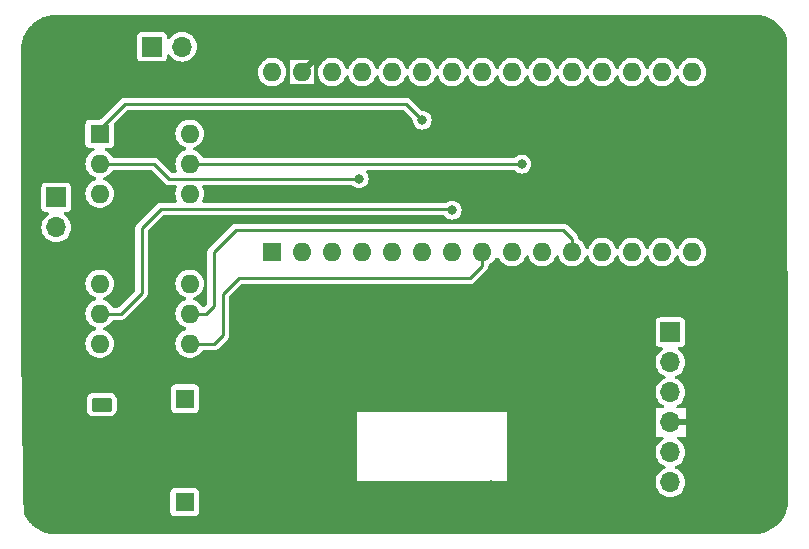
<source format=gbl>
G04 #@! TF.GenerationSoftware,KiCad,Pcbnew,(7.0.0)*
G04 #@! TF.CreationDate,2023-02-16T13:39:53+01:00*
G04 #@! TF.ProjectId,Sumo,53756d6f-2e6b-4696-9361-645f70636258,rev?*
G04 #@! TF.SameCoordinates,Original*
G04 #@! TF.FileFunction,Copper,L2,Bot*
G04 #@! TF.FilePolarity,Positive*
%FSLAX46Y46*%
G04 Gerber Fmt 4.6, Leading zero omitted, Abs format (unit mm)*
G04 Created by KiCad (PCBNEW (7.0.0)) date 2023-02-16 13:39:53*
%MOMM*%
%LPD*%
G01*
G04 APERTURE LIST*
G04 Aperture macros list*
%AMRoundRect*
0 Rectangle with rounded corners*
0 $1 Rounding radius*
0 $2 $3 $4 $5 $6 $7 $8 $9 X,Y pos of 4 corners*
0 Add a 4 corners polygon primitive as box body*
4,1,4,$2,$3,$4,$5,$6,$7,$8,$9,$2,$3,0*
0 Add four circle primitives for the rounded corners*
1,1,$1+$1,$2,$3*
1,1,$1+$1,$4,$5*
1,1,$1+$1,$6,$7*
1,1,$1+$1,$8,$9*
0 Add four rect primitives between the rounded corners*
20,1,$1+$1,$2,$3,$4,$5,0*
20,1,$1+$1,$4,$5,$6,$7,0*
20,1,$1+$1,$6,$7,$8,$9,0*
20,1,$1+$1,$8,$9,$2,$3,0*%
G04 Aperture macros list end*
G04 #@! TA.AperFunction,ComponentPad*
%ADD10R,1.600000X1.600000*%
G04 #@! TD*
G04 #@! TA.AperFunction,ComponentPad*
%ADD11O,1.600000X1.600000*%
G04 #@! TD*
G04 #@! TA.AperFunction,ComponentPad*
%ADD12R,1.700000X1.700000*%
G04 #@! TD*
G04 #@! TA.AperFunction,ComponentPad*
%ADD13O,1.700000X1.700000*%
G04 #@! TD*
G04 #@! TA.AperFunction,ComponentPad*
%ADD14C,1.600000*%
G04 #@! TD*
G04 #@! TA.AperFunction,ComponentPad*
%ADD15C,5.600000*%
G04 #@! TD*
G04 #@! TA.AperFunction,ComponentPad*
%ADD16RoundRect,0.250000X-0.625000X0.350000X-0.625000X-0.350000X0.625000X-0.350000X0.625000X0.350000X0*%
G04 #@! TD*
G04 #@! TA.AperFunction,ComponentPad*
%ADD17O,1.750000X1.200000*%
G04 #@! TD*
G04 #@! TA.AperFunction,ViaPad*
%ADD18C,0.800000*%
G04 #@! TD*
G04 #@! TA.AperFunction,Conductor*
%ADD19C,0.500000*%
G04 #@! TD*
G04 #@! TA.AperFunction,Conductor*
%ADD20C,0.250000*%
G04 #@! TD*
G04 APERTURE END LIST*
D10*
X106679999Y-60070999D03*
D11*
X106679999Y-62610999D03*
X106679999Y-65150999D03*
X106679999Y-67690999D03*
X106679999Y-70230999D03*
X106679999Y-72770999D03*
X106679999Y-75310999D03*
X106679999Y-77850999D03*
X114299999Y-77850999D03*
X114299999Y-75310999D03*
X114299999Y-72770999D03*
X114299999Y-70230999D03*
X114299999Y-67690999D03*
X114299999Y-65150999D03*
X114299999Y-62610999D03*
X114299999Y-60070999D03*
D12*
X111119999Y-52704999D03*
D13*
X113659999Y-52704999D03*
D12*
X102999999Y-65459999D03*
D13*
X102999999Y-67999999D03*
D10*
X113899999Y-82494887D03*
D14*
X113900000Y-84994888D03*
D15*
X103000000Y-91000000D03*
X162000000Y-91000000D03*
D10*
X121284999Y-70093999D03*
D11*
X123824999Y-70093999D03*
X126364999Y-70093999D03*
X128904999Y-70093999D03*
X131444999Y-70093999D03*
X133984999Y-70093999D03*
X136524999Y-70093999D03*
X139064999Y-70093999D03*
X141604999Y-70093999D03*
X144144999Y-70093999D03*
X146684999Y-70093999D03*
X149224999Y-70093999D03*
X151764999Y-70093999D03*
X154304999Y-70093999D03*
X156844999Y-70093999D03*
X156844999Y-54853999D03*
X154304999Y-54853999D03*
X151764999Y-54853999D03*
X149224999Y-54853999D03*
X146684999Y-54853999D03*
X144144999Y-54853999D03*
X141604999Y-54853999D03*
X139064999Y-54853999D03*
X136524999Y-54853999D03*
X133984999Y-54853999D03*
X131444999Y-54853999D03*
X128904999Y-54853999D03*
X126364999Y-54853999D03*
X123824999Y-54853999D03*
X121284999Y-54853999D03*
D15*
X103000000Y-53000000D03*
X162000000Y-53000000D03*
D10*
X113873999Y-91245112D03*
D14*
X113874000Y-88745113D03*
D12*
X154999999Y-76879999D03*
D13*
X154999999Y-79419999D03*
X154999999Y-81959999D03*
X154999999Y-84499999D03*
X154999999Y-87039999D03*
X154999999Y-89579999D03*
D16*
X106844000Y-83000000D03*
D17*
X106843999Y-84999999D03*
D18*
X115835715Y-53850000D03*
X135835715Y-57850000D03*
X155835715Y-57850000D03*
X155835715Y-73850000D03*
X163835715Y-57850000D03*
X159835715Y-65850000D03*
X143835715Y-89850000D03*
X147835715Y-89850000D03*
X126111000Y-81153000D03*
X111835715Y-77850000D03*
X163835715Y-85850000D03*
X139835715Y-89850000D03*
X143835715Y-81850000D03*
X107835715Y-53850000D03*
X115835715Y-85850000D03*
X143835715Y-57850000D03*
X151835715Y-85850000D03*
X163835715Y-81850000D03*
X159835715Y-57850000D03*
X147835715Y-65850000D03*
X103835715Y-61850000D03*
X159835715Y-61850000D03*
X151835715Y-73850000D03*
X139835715Y-81850000D03*
X147835715Y-57850000D03*
X155835715Y-61850000D03*
X103835715Y-73850000D03*
X147835715Y-61850000D03*
X131835715Y-77850000D03*
X111835715Y-85850000D03*
X139835715Y-57850000D03*
X155835715Y-65850000D03*
X103835715Y-77850000D03*
X151835715Y-81850000D03*
X126111000Y-79883000D03*
X147835715Y-77850000D03*
X103835715Y-85850000D03*
X147835715Y-85850000D03*
X103835715Y-81850000D03*
X103835715Y-57850000D03*
X151835715Y-57850000D03*
X151835715Y-61850000D03*
X151835715Y-77850000D03*
X151835715Y-65850000D03*
X159835715Y-69850000D03*
X143835715Y-85850000D03*
X147835715Y-81850000D03*
X151835715Y-89850000D03*
X111835715Y-69850000D03*
X128651000Y-63881000D03*
X133985000Y-58928000D03*
X136525000Y-66548000D03*
X142417800Y-62636400D03*
D19*
X127117000Y-51562000D02*
X160562000Y-51562000D01*
X155000000Y-84500000D02*
X159049000Y-84500000D01*
X159049000Y-84500000D02*
X162000000Y-87451000D01*
X123825000Y-54854000D02*
X127117000Y-51562000D01*
X162000000Y-87451000D02*
X162000000Y-91000000D01*
D20*
X112542000Y-63881000D02*
X112532000Y-63891000D01*
X106680000Y-62611000D02*
X111252000Y-62611000D01*
X128651000Y-63881000D02*
X112542000Y-63881000D01*
X111252000Y-62611000D02*
X112532000Y-63891000D01*
X132588000Y-57531000D02*
X133985000Y-58928000D01*
X106680000Y-59690000D02*
X108839000Y-57531000D01*
X108839000Y-57531000D02*
X132588000Y-57531000D01*
X110236000Y-73533000D02*
X110236000Y-68072000D01*
X110236000Y-68072000D02*
X111887000Y-66421000D01*
X136398000Y-66421000D02*
X136525000Y-66548000D01*
X108458000Y-75311000D02*
X110236000Y-73533000D01*
X111887000Y-66421000D02*
X136398000Y-66421000D01*
X106680000Y-75311000D02*
X108458000Y-75311000D01*
X138049000Y-72263000D02*
X139065000Y-71247000D01*
X139065000Y-71247000D02*
X139065000Y-70094000D01*
X117126000Y-73628000D02*
X118491000Y-72263000D01*
X114300000Y-77851000D02*
X116396000Y-77851000D01*
X116396000Y-77851000D02*
X117126000Y-77121000D01*
X117126000Y-77121000D02*
X117126000Y-73628000D01*
X118491000Y-72263000D02*
X138049000Y-72263000D01*
X116332000Y-74676000D02*
X116332000Y-70104000D01*
X114300000Y-75311000D02*
X115697000Y-75311000D01*
X115697000Y-75311000D02*
X116332000Y-74676000D01*
X118237000Y-68199000D02*
X145923000Y-68199000D01*
X116332000Y-70104000D02*
X118237000Y-68199000D01*
X145923000Y-68199000D02*
X146685000Y-68961000D01*
X146685000Y-68961000D02*
X146685000Y-70094000D01*
X114300000Y-62611000D02*
X142392400Y-62611000D01*
X142392400Y-62611000D02*
X142417800Y-62636400D01*
G04 #@! TA.AperFunction,Conductor*
G36*
X162496496Y-50000110D02*
G01*
X162563611Y-50002935D01*
X162574127Y-50003823D01*
X162640745Y-50012276D01*
X162645946Y-50013047D01*
X162660517Y-50015523D01*
X162663912Y-50016150D01*
X162699106Y-50023150D01*
X162707096Y-50025013D01*
X162845611Y-50062128D01*
X162847805Y-50062738D01*
X162985177Y-50102314D01*
X162988562Y-50103341D01*
X163009001Y-50109856D01*
X163015872Y-50112267D01*
X163154713Y-50165563D01*
X163157606Y-50166717D01*
X163298190Y-50224948D01*
X163301354Y-50226312D01*
X163306841Y-50228767D01*
X163312540Y-50231491D01*
X163450064Y-50301564D01*
X163453770Y-50303532D01*
X163491271Y-50324258D01*
X163589470Y-50378531D01*
X163597145Y-50383136D01*
X163728725Y-50468585D01*
X163732988Y-50471480D01*
X163859090Y-50560955D01*
X163865471Y-50565794D01*
X163987542Y-50664645D01*
X163992182Y-50668593D01*
X164107393Y-50771552D01*
X164112528Y-50776408D01*
X164223590Y-50887470D01*
X164228446Y-50892605D01*
X164331395Y-51007804D01*
X164335365Y-51012470D01*
X164434204Y-51134527D01*
X164439043Y-51140908D01*
X164528509Y-51266997D01*
X164531422Y-51271286D01*
X164616862Y-51402853D01*
X164621467Y-51410528D01*
X164696456Y-51546209D01*
X164698445Y-51549955D01*
X164768496Y-51687437D01*
X164771241Y-51693178D01*
X164773676Y-51698620D01*
X164775073Y-51701864D01*
X164833251Y-51842319D01*
X164834473Y-51845383D01*
X164889212Y-51987985D01*
X164894788Y-52006757D01*
X164899912Y-52030687D01*
X164902380Y-52048027D01*
X164904390Y-52075963D01*
X164904715Y-52084720D01*
X164992950Y-91084096D01*
X164992939Y-91086055D01*
X164992565Y-91114211D01*
X164992452Y-91118133D01*
X164991198Y-91146339D01*
X164991095Y-91148295D01*
X164982222Y-91296060D01*
X164981941Y-91299816D01*
X164977222Y-91352185D01*
X164975984Y-91361783D01*
X164953224Y-91497056D01*
X164952946Y-91498644D01*
X164925559Y-91649586D01*
X164924830Y-91653285D01*
X164917145Y-91689446D01*
X164915073Y-91697788D01*
X164874650Y-91839623D01*
X164873885Y-91842201D01*
X164827175Y-91993750D01*
X164826012Y-91997332D01*
X164819376Y-92016777D01*
X164816735Y-92023822D01*
X164758144Y-92166931D01*
X164756666Y-92170392D01*
X164688454Y-92323769D01*
X164686875Y-92327182D01*
X164685712Y-92329600D01*
X164682766Y-92335344D01*
X164605208Y-92477466D01*
X164602809Y-92481668D01*
X164516636Y-92626096D01*
X164511671Y-92633770D01*
X164417863Y-92767844D01*
X164414360Y-92772608D01*
X164311998Y-92905199D01*
X164306869Y-92911421D01*
X164198595Y-93034510D01*
X164193835Y-93039627D01*
X164076514Y-93158953D01*
X164071478Y-93163799D01*
X163950256Y-93274129D01*
X163944122Y-93279363D01*
X163813252Y-93383983D01*
X163808547Y-93387567D01*
X163676103Y-93483616D01*
X163668515Y-93488709D01*
X163525559Y-93577323D01*
X163521398Y-93579793D01*
X163380634Y-93659734D01*
X163374946Y-93662774D01*
X163372532Y-93663986D01*
X163369142Y-93665626D01*
X163216935Y-93736431D01*
X163213498Y-93737967D01*
X163071415Y-93798968D01*
X163064420Y-93801727D01*
X163045082Y-93808695D01*
X163041516Y-93809920D01*
X162890777Y-93859192D01*
X162888213Y-93860000D01*
X162747096Y-93902817D01*
X162738786Y-93905032D01*
X162702748Y-93913330D01*
X162699068Y-93914120D01*
X162548575Y-93944069D01*
X162546991Y-93944373D01*
X162412151Y-93969417D01*
X162402575Y-93970818D01*
X162350338Y-93976419D01*
X162346592Y-93976764D01*
X162170809Y-93990318D01*
X162170272Y-93990358D01*
X162066962Y-93997880D01*
X162065088Y-93998003D01*
X162053246Y-93998688D01*
X162048400Y-93998875D01*
X162039941Y-93999038D01*
X162039532Y-93999046D01*
X162037105Y-93999069D01*
X103003293Y-93999498D01*
X102996697Y-93999325D01*
X102866760Y-93992515D01*
X102866291Y-93992490D01*
X102721940Y-93984384D01*
X102718413Y-93984136D01*
X102669087Y-93979975D01*
X102659968Y-93978870D01*
X102525063Y-93957504D01*
X102523667Y-93957275D01*
X102389540Y-93934486D01*
X102386064Y-93933845D01*
X102350899Y-93926850D01*
X102342870Y-93924978D01*
X102299399Y-93913330D01*
X102204457Y-93887890D01*
X102202187Y-93887259D01*
X102064841Y-93847691D01*
X102061455Y-93846663D01*
X102040998Y-93840142D01*
X102034112Y-93837725D01*
X101895393Y-93784477D01*
X101892328Y-93783255D01*
X101751864Y-93725073D01*
X101748620Y-93723676D01*
X101743178Y-93721241D01*
X101737437Y-93718496D01*
X101599955Y-93648445D01*
X101596209Y-93646456D01*
X101460528Y-93571467D01*
X101452853Y-93566862D01*
X101321286Y-93481422D01*
X101316997Y-93478509D01*
X101190908Y-93389043D01*
X101184527Y-93384204D01*
X101062470Y-93285365D01*
X101057804Y-93281395D01*
X101055530Y-93279363D01*
X100942605Y-93178446D01*
X100937470Y-93173590D01*
X100826408Y-93062528D01*
X100821552Y-93057393D01*
X100718603Y-92942194D01*
X100714645Y-92937542D01*
X100615794Y-92815471D01*
X100610955Y-92809090D01*
X100521489Y-92683001D01*
X100518576Y-92678712D01*
X100433136Y-92547145D01*
X100428531Y-92539470D01*
X100353544Y-92403792D01*
X100351555Y-92400046D01*
X100337857Y-92373163D01*
X100286794Y-92272946D01*
X100278638Y-92252813D01*
X100277155Y-92247992D01*
X100272348Y-92224791D01*
X100270531Y-92208350D01*
X100269785Y-92196536D01*
X100267804Y-92071688D01*
X112673500Y-92071688D01*
X112673501Y-92076631D01*
X112674274Y-92081512D01*
X112674275Y-92081524D01*
X112686802Y-92160619D01*
X112688354Y-92170417D01*
X112715715Y-92224117D01*
X112727880Y-92247992D01*
X112745950Y-92283455D01*
X112835658Y-92373163D01*
X112844490Y-92377663D01*
X112895770Y-92403792D01*
X112948696Y-92430759D01*
X113042481Y-92445613D01*
X114705518Y-92445612D01*
X114799304Y-92430759D01*
X114912342Y-92373163D01*
X115002050Y-92283455D01*
X115059646Y-92170417D01*
X115074500Y-92076632D01*
X115074499Y-90413595D01*
X115059646Y-90319809D01*
X115002050Y-90206771D01*
X114912342Y-90117063D01*
X114903510Y-90112563D01*
X114903509Y-90112562D01*
X114808137Y-90063967D01*
X114808133Y-90063965D01*
X114799304Y-90059467D01*
X114789512Y-90057916D01*
X114710409Y-90045387D01*
X114710402Y-90045386D01*
X114705519Y-90044613D01*
X114700565Y-90044613D01*
X113047436Y-90044613D01*
X113047423Y-90044613D01*
X113042482Y-90044614D01*
X113037601Y-90045386D01*
X113037588Y-90045388D01*
X112958493Y-90057915D01*
X112958490Y-90057915D01*
X112948696Y-90059467D01*
X112939859Y-90063969D01*
X112939858Y-90063970D01*
X112844490Y-90112562D01*
X112844486Y-90112564D01*
X112835658Y-90117063D01*
X112828649Y-90124071D01*
X112828646Y-90124074D01*
X112752961Y-90199759D01*
X112752958Y-90199762D01*
X112745950Y-90206771D01*
X112741451Y-90215599D01*
X112741449Y-90215603D01*
X112692854Y-90310975D01*
X112692851Y-90310981D01*
X112688354Y-90319809D01*
X112686803Y-90329598D01*
X112686803Y-90329600D01*
X112674274Y-90408703D01*
X112674273Y-90408711D01*
X112673500Y-90413594D01*
X112673500Y-90418546D01*
X112673500Y-90418547D01*
X112673500Y-92071676D01*
X112673500Y-92071688D01*
X100267804Y-92071688D01*
X100267493Y-92052101D01*
X100228253Y-89580000D01*
X153744723Y-89580000D01*
X153745202Y-89585475D01*
X153763313Y-89792497D01*
X153763314Y-89792503D01*
X153763793Y-89797977D01*
X153765214Y-89803283D01*
X153765216Y-89803290D01*
X153812727Y-89980603D01*
X153820425Y-90009330D01*
X153822747Y-90014310D01*
X153822748Y-90014312D01*
X153843081Y-90057916D01*
X153912898Y-90207639D01*
X153916051Y-90212142D01*
X153916054Y-90212147D01*
X153918474Y-90215603D01*
X154038402Y-90386877D01*
X154193123Y-90541598D01*
X154372361Y-90667102D01*
X154570670Y-90759575D01*
X154782023Y-90816207D01*
X155000000Y-90835277D01*
X155217977Y-90816207D01*
X155429330Y-90759575D01*
X155627639Y-90667102D01*
X155806877Y-90541598D01*
X155961598Y-90386877D01*
X156087102Y-90207639D01*
X156179575Y-90009330D01*
X156236207Y-89797977D01*
X156255277Y-89580000D01*
X156236207Y-89362023D01*
X156179575Y-89150670D01*
X156087102Y-88952362D01*
X155961598Y-88773123D01*
X155806877Y-88618402D01*
X155736471Y-88569103D01*
X155632147Y-88496054D01*
X155632142Y-88496051D01*
X155627639Y-88492898D01*
X155480302Y-88424194D01*
X155427287Y-88377700D01*
X155407554Y-88310000D01*
X155427287Y-88242300D01*
X155480302Y-88195805D01*
X155627639Y-88127102D01*
X155806877Y-88001598D01*
X155961598Y-87846877D01*
X156087102Y-87667639D01*
X156179575Y-87469330D01*
X156236207Y-87257977D01*
X156255277Y-87040000D01*
X156236207Y-86822023D01*
X156179575Y-86610670D01*
X156087102Y-86412362D01*
X155961598Y-86233123D01*
X155806877Y-86078402D01*
X155629516Y-85954212D01*
X155588540Y-85906235D01*
X155575961Y-85844406D01*
X155594934Y-85784230D01*
X155640702Y-85740798D01*
X155701788Y-85725000D01*
X156320410Y-85725000D01*
X156337000Y-85725000D01*
X156337000Y-83312000D01*
X155627913Y-83312000D01*
X155563018Y-83294003D01*
X155516662Y-83245153D01*
X155502086Y-83179406D01*
X155523454Y-83115542D01*
X155574663Y-83071805D01*
X155627639Y-83047102D01*
X155806877Y-82921598D01*
X155961598Y-82766877D01*
X156087102Y-82587639D01*
X156179575Y-82389330D01*
X156236207Y-82177977D01*
X156255277Y-81960000D01*
X156236207Y-81742023D01*
X156179575Y-81530670D01*
X156087102Y-81332362D01*
X156061055Y-81295163D01*
X155964757Y-81157634D01*
X155964754Y-81157631D01*
X155961598Y-81153123D01*
X155806877Y-80998402D01*
X155736471Y-80949103D01*
X155632147Y-80876054D01*
X155632142Y-80876051D01*
X155627639Y-80872898D01*
X155480302Y-80804194D01*
X155427287Y-80757700D01*
X155407554Y-80690000D01*
X155427287Y-80622300D01*
X155480302Y-80575805D01*
X155627639Y-80507102D01*
X155806877Y-80381598D01*
X155961598Y-80226877D01*
X156087102Y-80047639D01*
X156179575Y-79849330D01*
X156236207Y-79637977D01*
X156255277Y-79420000D01*
X156236207Y-79202023D01*
X156179575Y-78990670D01*
X156087102Y-78792362D01*
X155999436Y-78667161D01*
X155964757Y-78617634D01*
X155964754Y-78617631D01*
X155961598Y-78613123D01*
X155806877Y-78458402D01*
X155665932Y-78359711D01*
X155624956Y-78311734D01*
X155612377Y-78249905D01*
X155631350Y-78189729D01*
X155677118Y-78146297D01*
X155738203Y-78130499D01*
X155881518Y-78130499D01*
X155975304Y-78115646D01*
X156088342Y-78058050D01*
X156178050Y-77968342D01*
X156235646Y-77855304D01*
X156250500Y-77761519D01*
X156250499Y-75998482D01*
X156235646Y-75904696D01*
X156178050Y-75791658D01*
X156088342Y-75701950D01*
X156079510Y-75697450D01*
X156079509Y-75697449D01*
X155984137Y-75648854D01*
X155984133Y-75648852D01*
X155975304Y-75644354D01*
X155965512Y-75642803D01*
X155886409Y-75630274D01*
X155886402Y-75630273D01*
X155881519Y-75629500D01*
X155876565Y-75629500D01*
X154123436Y-75629500D01*
X154123423Y-75629500D01*
X154118482Y-75629501D01*
X154113601Y-75630273D01*
X154113588Y-75630275D01*
X154034493Y-75642802D01*
X154034490Y-75642802D01*
X154024696Y-75644354D01*
X154015859Y-75648856D01*
X154015858Y-75648857D01*
X153920490Y-75697449D01*
X153920486Y-75697451D01*
X153911658Y-75701950D01*
X153904649Y-75708958D01*
X153904646Y-75708961D01*
X153828961Y-75784646D01*
X153828958Y-75784649D01*
X153821950Y-75791658D01*
X153817451Y-75800486D01*
X153817449Y-75800490D01*
X153768854Y-75895862D01*
X153768851Y-75895868D01*
X153764354Y-75904696D01*
X153762803Y-75914485D01*
X153762803Y-75914487D01*
X153750274Y-75993590D01*
X153750273Y-75993598D01*
X153749500Y-75998481D01*
X153749500Y-76003433D01*
X153749500Y-76003434D01*
X153749500Y-77756563D01*
X153749500Y-77756575D01*
X153749501Y-77761518D01*
X153750274Y-77766399D01*
X153750275Y-77766411D01*
X153762802Y-77845506D01*
X153764354Y-77855304D01*
X153821950Y-77968342D01*
X153911658Y-78058050D01*
X154024696Y-78115646D01*
X154118481Y-78130500D01*
X154261798Y-78130499D01*
X154322881Y-78146297D01*
X154368650Y-78189729D01*
X154387623Y-78249904D01*
X154375044Y-78311733D01*
X154334067Y-78359712D01*
X154197629Y-78455246D01*
X154197622Y-78455251D01*
X154193123Y-78458402D01*
X154189233Y-78462291D01*
X154189227Y-78462297D01*
X154042297Y-78609227D01*
X154042291Y-78609233D01*
X154038402Y-78613123D01*
X154035250Y-78617624D01*
X154035242Y-78617634D01*
X153916052Y-78787856D01*
X153916046Y-78787865D01*
X153912898Y-78792362D01*
X153910576Y-78797340D01*
X153910575Y-78797343D01*
X153822748Y-78985687D01*
X153822745Y-78985693D01*
X153820425Y-78990670D01*
X153819002Y-78995978D01*
X153819002Y-78995980D01*
X153765216Y-79196709D01*
X153765214Y-79196718D01*
X153763793Y-79202023D01*
X153763314Y-79207494D01*
X153763313Y-79207502D01*
X153745538Y-79410680D01*
X153744723Y-79420000D01*
X153745202Y-79425475D01*
X153763313Y-79632497D01*
X153763314Y-79632503D01*
X153763793Y-79637977D01*
X153765214Y-79643283D01*
X153765216Y-79643290D01*
X153812727Y-79820603D01*
X153820425Y-79849330D01*
X153912898Y-80047639D01*
X153916051Y-80052142D01*
X153916054Y-80052147D01*
X153989103Y-80156471D01*
X154038402Y-80226877D01*
X154193123Y-80381598D01*
X154372361Y-80507102D01*
X154510864Y-80571687D01*
X154519695Y-80575805D01*
X154572712Y-80622300D01*
X154592445Y-80690000D01*
X154572712Y-80757700D01*
X154519695Y-80804195D01*
X154377343Y-80870575D01*
X154377340Y-80870576D01*
X154372362Y-80872898D01*
X154367865Y-80876046D01*
X154367856Y-80876052D01*
X154197634Y-80995242D01*
X154197624Y-80995250D01*
X154193123Y-80998402D01*
X154189233Y-81002291D01*
X154189227Y-81002297D01*
X154042297Y-81149227D01*
X154042291Y-81149233D01*
X154038402Y-81153123D01*
X154035250Y-81157624D01*
X154035242Y-81157634D01*
X153916052Y-81327856D01*
X153916046Y-81327865D01*
X153912898Y-81332362D01*
X153910576Y-81337340D01*
X153910575Y-81337343D01*
X153822748Y-81525687D01*
X153822745Y-81525693D01*
X153820425Y-81530670D01*
X153819002Y-81535978D01*
X153819002Y-81535980D01*
X153765216Y-81736709D01*
X153765214Y-81736718D01*
X153763793Y-81742023D01*
X153763314Y-81747494D01*
X153763313Y-81747502D01*
X153745538Y-81950680D01*
X153744723Y-81960000D01*
X153745202Y-81965475D01*
X153763313Y-82172497D01*
X153763314Y-82172503D01*
X153763793Y-82177977D01*
X153765214Y-82183283D01*
X153765216Y-82183290D01*
X153784419Y-82254955D01*
X153820425Y-82389330D01*
X153912898Y-82587639D01*
X153916051Y-82592142D01*
X153916054Y-82592147D01*
X153989103Y-82696471D01*
X154038402Y-82766877D01*
X154193123Y-82921598D01*
X154372361Y-83047102D01*
X154425337Y-83071805D01*
X154476546Y-83115542D01*
X154497914Y-83179406D01*
X154483338Y-83245153D01*
X154436982Y-83294003D01*
X154372087Y-83312000D01*
X153797000Y-83312000D01*
X153797000Y-85725000D01*
X153813590Y-85725000D01*
X154298214Y-85725000D01*
X154359300Y-85740798D01*
X154405068Y-85784230D01*
X154424041Y-85844406D01*
X154411462Y-85906235D01*
X154370484Y-85954213D01*
X154197634Y-86075242D01*
X154197624Y-86075250D01*
X154193123Y-86078402D01*
X154189233Y-86082291D01*
X154189227Y-86082297D01*
X154042297Y-86229227D01*
X154042291Y-86229233D01*
X154038402Y-86233123D01*
X154035250Y-86237624D01*
X154035242Y-86237634D01*
X153916052Y-86407856D01*
X153916046Y-86407865D01*
X153912898Y-86412362D01*
X153910576Y-86417340D01*
X153910575Y-86417343D01*
X153822748Y-86605687D01*
X153822745Y-86605693D01*
X153820425Y-86610670D01*
X153819002Y-86615978D01*
X153819002Y-86615980D01*
X153765216Y-86816709D01*
X153765214Y-86816718D01*
X153763793Y-86822023D01*
X153763314Y-86827494D01*
X153763313Y-86827502D01*
X153745538Y-87030680D01*
X153744723Y-87040000D01*
X153745202Y-87045475D01*
X153763313Y-87252497D01*
X153763314Y-87252503D01*
X153763793Y-87257977D01*
X153765214Y-87263283D01*
X153765216Y-87263290D01*
X153812727Y-87440603D01*
X153820425Y-87469330D01*
X153912898Y-87667639D01*
X153916051Y-87672142D01*
X153916054Y-87672147D01*
X153989103Y-87776471D01*
X154038402Y-87846877D01*
X154193123Y-88001598D01*
X154372361Y-88127102D01*
X154510864Y-88191687D01*
X154519695Y-88195805D01*
X154572712Y-88242300D01*
X154592445Y-88310000D01*
X154572712Y-88377700D01*
X154519695Y-88424195D01*
X154377343Y-88490575D01*
X154377340Y-88490576D01*
X154372362Y-88492898D01*
X154367865Y-88496046D01*
X154367856Y-88496052D01*
X154197634Y-88615242D01*
X154197624Y-88615250D01*
X154193123Y-88618402D01*
X154189233Y-88622291D01*
X154189227Y-88622297D01*
X154042297Y-88769227D01*
X154042291Y-88769233D01*
X154038402Y-88773123D01*
X154035250Y-88777624D01*
X154035242Y-88777634D01*
X153916052Y-88947856D01*
X153916046Y-88947865D01*
X153912898Y-88952362D01*
X153910576Y-88957340D01*
X153910575Y-88957343D01*
X153822748Y-89145687D01*
X153822745Y-89145693D01*
X153820425Y-89150670D01*
X153819002Y-89155978D01*
X153819002Y-89155980D01*
X153765216Y-89356709D01*
X153765214Y-89356718D01*
X153763793Y-89362023D01*
X153763314Y-89367494D01*
X153763313Y-89367502D01*
X153756578Y-89444493D01*
X153744723Y-89580000D01*
X100228253Y-89580000D01*
X100130407Y-83415694D01*
X105568500Y-83415694D01*
X105568692Y-83418140D01*
X105568693Y-83418152D01*
X105570896Y-83446149D01*
X105570897Y-83446156D01*
X105571402Y-83452569D01*
X105573196Y-83458747D01*
X105573198Y-83458753D01*
X105592270Y-83524397D01*
X105617256Y-83610398D01*
X105621288Y-83617216D01*
X105621290Y-83617220D01*
X105696885Y-83745044D01*
X105700919Y-83751865D01*
X105817135Y-83868081D01*
X105958602Y-83951744D01*
X106116431Y-83997598D01*
X106153306Y-84000500D01*
X107532223Y-84000500D01*
X107534694Y-84000500D01*
X107571569Y-83997598D01*
X107729398Y-83951744D01*
X107870865Y-83868081D01*
X107987081Y-83751865D01*
X108070744Y-83610398D01*
X108116598Y-83452569D01*
X108119500Y-83415694D01*
X108119500Y-83321463D01*
X112699500Y-83321463D01*
X112699501Y-83326406D01*
X112700274Y-83331287D01*
X112700275Y-83331299D01*
X112712802Y-83410394D01*
X112714354Y-83420192D01*
X112771950Y-83533230D01*
X112861658Y-83622938D01*
X112974696Y-83680534D01*
X113068481Y-83695388D01*
X114731518Y-83695387D01*
X114825304Y-83680534D01*
X114938342Y-83622938D01*
X114955280Y-83606000D01*
X128502000Y-83606000D01*
X128502000Y-89448000D01*
X141185410Y-89448000D01*
X141202000Y-89448000D01*
X141202000Y-83606000D01*
X128502000Y-83606000D01*
X114955280Y-83606000D01*
X115028050Y-83533230D01*
X115085646Y-83420192D01*
X115100500Y-83326407D01*
X115100499Y-81663370D01*
X115085646Y-81569584D01*
X115028050Y-81456546D01*
X114938342Y-81366838D01*
X114929510Y-81362338D01*
X114929509Y-81362337D01*
X114834137Y-81313742D01*
X114834133Y-81313740D01*
X114825304Y-81309242D01*
X114815512Y-81307691D01*
X114736409Y-81295162D01*
X114736402Y-81295161D01*
X114731519Y-81294388D01*
X114726565Y-81294388D01*
X113073436Y-81294388D01*
X113073423Y-81294388D01*
X113068482Y-81294389D01*
X113063601Y-81295161D01*
X113063588Y-81295163D01*
X112984493Y-81307690D01*
X112984490Y-81307690D01*
X112974696Y-81309242D01*
X112965859Y-81313744D01*
X112965858Y-81313745D01*
X112870490Y-81362337D01*
X112870486Y-81362339D01*
X112861658Y-81366838D01*
X112854649Y-81373846D01*
X112854646Y-81373849D01*
X112778961Y-81449534D01*
X112778958Y-81449537D01*
X112771950Y-81456546D01*
X112767451Y-81465374D01*
X112767449Y-81465378D01*
X112718854Y-81560750D01*
X112718851Y-81560756D01*
X112714354Y-81569584D01*
X112712803Y-81579373D01*
X112712803Y-81579375D01*
X112700274Y-81658478D01*
X112700273Y-81658486D01*
X112699500Y-81663369D01*
X112699500Y-81668321D01*
X112699500Y-81668322D01*
X112699500Y-83321451D01*
X112699500Y-83321463D01*
X108119500Y-83321463D01*
X108119500Y-82584306D01*
X108116598Y-82547431D01*
X108070744Y-82389602D01*
X107987081Y-82248135D01*
X107870865Y-82131919D01*
X107864044Y-82127885D01*
X107736220Y-82052290D01*
X107736216Y-82052288D01*
X107729398Y-82048256D01*
X107703466Y-82040721D01*
X107577753Y-82004198D01*
X107577747Y-82004196D01*
X107571569Y-82002402D01*
X107565156Y-82001897D01*
X107565149Y-82001896D01*
X107537152Y-81999693D01*
X107537140Y-81999692D01*
X107534694Y-81999500D01*
X106153306Y-81999500D01*
X106150860Y-81999692D01*
X106150847Y-81999693D01*
X106122850Y-82001896D01*
X106122841Y-82001897D01*
X106116431Y-82002402D01*
X106110254Y-82004196D01*
X106110246Y-82004198D01*
X105966215Y-82046044D01*
X105966213Y-82046044D01*
X105958602Y-82048256D01*
X105951785Y-82052287D01*
X105951779Y-82052290D01*
X105823955Y-82127885D01*
X105823951Y-82127887D01*
X105817135Y-82131919D01*
X105811533Y-82137520D01*
X105811529Y-82137524D01*
X105706524Y-82242529D01*
X105706520Y-82242533D01*
X105700919Y-82248135D01*
X105696887Y-82254951D01*
X105696885Y-82254955D01*
X105621290Y-82382779D01*
X105621287Y-82382785D01*
X105617256Y-82389602D01*
X105615044Y-82397213D01*
X105615044Y-82397215D01*
X105573198Y-82541246D01*
X105573196Y-82541254D01*
X105571402Y-82547431D01*
X105570897Y-82553841D01*
X105570896Y-82553850D01*
X105568693Y-82581847D01*
X105568692Y-82581860D01*
X105568500Y-82584306D01*
X105568500Y-83415694D01*
X100130407Y-83415694D01*
X100042079Y-77851000D01*
X105474357Y-77851000D01*
X105494885Y-78072536D01*
X105555771Y-78286528D01*
X105558367Y-78291741D01*
X105558368Y-78291744D01*
X105643294Y-78462297D01*
X105654942Y-78485689D01*
X105658452Y-78490337D01*
X105785506Y-78658585D01*
X105785510Y-78658589D01*
X105789019Y-78663236D01*
X105793321Y-78667158D01*
X105793324Y-78667161D01*
X105889428Y-78754771D01*
X105953438Y-78813124D01*
X106142599Y-78930247D01*
X106350060Y-79010618D01*
X106568757Y-79051500D01*
X106785416Y-79051500D01*
X106791243Y-79051500D01*
X107009940Y-79010618D01*
X107217401Y-78930247D01*
X107406562Y-78813124D01*
X107570981Y-78663236D01*
X107705058Y-78485689D01*
X107804229Y-78286528D01*
X107865115Y-78072536D01*
X107885643Y-77851000D01*
X113094357Y-77851000D01*
X113114885Y-78072536D01*
X113175771Y-78286528D01*
X113178367Y-78291741D01*
X113178368Y-78291744D01*
X113263294Y-78462297D01*
X113274942Y-78485689D01*
X113278452Y-78490337D01*
X113405506Y-78658585D01*
X113405510Y-78658589D01*
X113409019Y-78663236D01*
X113413321Y-78667158D01*
X113413324Y-78667161D01*
X113509428Y-78754771D01*
X113573438Y-78813124D01*
X113762599Y-78930247D01*
X113970060Y-79010618D01*
X114188757Y-79051500D01*
X114405416Y-79051500D01*
X114411243Y-79051500D01*
X114629940Y-79010618D01*
X114837401Y-78930247D01*
X115026562Y-78813124D01*
X115190981Y-78663236D01*
X115325058Y-78485689D01*
X115344654Y-78446334D01*
X115391113Y-78395373D01*
X115457443Y-78376500D01*
X116384851Y-78376500D01*
X116389152Y-78376572D01*
X116450245Y-78378660D01*
X116487968Y-78369466D01*
X116500628Y-78367059D01*
X116539111Y-78361771D01*
X116554227Y-78355204D01*
X116574596Y-78348355D01*
X116590594Y-78344457D01*
X116624435Y-78325428D01*
X116635985Y-78319692D01*
X116663698Y-78307655D01*
X116663697Y-78307655D01*
X116671609Y-78304219D01*
X116684384Y-78293824D01*
X116702158Y-78281728D01*
X116716512Y-78273658D01*
X116743978Y-78246190D01*
X116753535Y-78237565D01*
X116783665Y-78213054D01*
X116793165Y-78199594D01*
X116807000Y-78183168D01*
X117489735Y-77500432D01*
X117492803Y-77497469D01*
X117531166Y-77461641D01*
X117537469Y-77455755D01*
X117557650Y-77422565D01*
X117564892Y-77411926D01*
X117588364Y-77380975D01*
X117594409Y-77365643D01*
X117603965Y-77346404D01*
X117612526Y-77332328D01*
X117623005Y-77294923D01*
X117627107Y-77282726D01*
X117641359Y-77246589D01*
X117643043Y-77230201D01*
X117647057Y-77209083D01*
X117649175Y-77201524D01*
X117651500Y-77193228D01*
X117651500Y-77154394D01*
X117652161Y-77141509D01*
X117655249Y-77111468D01*
X117656131Y-77102890D01*
X117653331Y-77086654D01*
X117651500Y-77065248D01*
X117651500Y-73897860D01*
X117661091Y-73849642D01*
X117688405Y-73808765D01*
X118671764Y-72825405D01*
X118712641Y-72798091D01*
X118760859Y-72788500D01*
X138037851Y-72788500D01*
X138042152Y-72788572D01*
X138103245Y-72790660D01*
X138140968Y-72781466D01*
X138153628Y-72779059D01*
X138192111Y-72773771D01*
X138207227Y-72767204D01*
X138227596Y-72760355D01*
X138243594Y-72756457D01*
X138277435Y-72737428D01*
X138288985Y-72731692D01*
X138316698Y-72719655D01*
X138316697Y-72719655D01*
X138324609Y-72716219D01*
X138337384Y-72705824D01*
X138355158Y-72693728D01*
X138369512Y-72685658D01*
X138396974Y-72658194D01*
X138406548Y-72649555D01*
X138436665Y-72625054D01*
X138446167Y-72611590D01*
X138459997Y-72595171D01*
X139428750Y-71626417D01*
X139431788Y-71623483D01*
X139470166Y-71587641D01*
X139476469Y-71581755D01*
X139496650Y-71548565D01*
X139503892Y-71537926D01*
X139527364Y-71506975D01*
X139533409Y-71491643D01*
X139542965Y-71472404D01*
X139551526Y-71458328D01*
X139562005Y-71420923D01*
X139566107Y-71408726D01*
X139580359Y-71372589D01*
X139582043Y-71356201D01*
X139586057Y-71335083D01*
X139588175Y-71327524D01*
X139590500Y-71319228D01*
X139590500Y-71280394D01*
X139591159Y-71267526D01*
X139594410Y-71235895D01*
X139612956Y-71181917D01*
X139653413Y-71141661D01*
X139791562Y-71056124D01*
X139955981Y-70906236D01*
X140090058Y-70728689D01*
X140113388Y-70681834D01*
X140159848Y-70630873D01*
X140226178Y-70612000D01*
X140443822Y-70612000D01*
X140510152Y-70630873D01*
X140556611Y-70681834D01*
X140579942Y-70728689D01*
X140583452Y-70733337D01*
X140583453Y-70733338D01*
X140710506Y-70901585D01*
X140710510Y-70901589D01*
X140714019Y-70906236D01*
X140718321Y-70910158D01*
X140718324Y-70910161D01*
X140814428Y-70997771D01*
X140878438Y-71056124D01*
X141067599Y-71173247D01*
X141275060Y-71253618D01*
X141493757Y-71294500D01*
X141710416Y-71294500D01*
X141716243Y-71294500D01*
X141934940Y-71253618D01*
X142142401Y-71173247D01*
X142331562Y-71056124D01*
X142495981Y-70906236D01*
X142630058Y-70728689D01*
X142729229Y-70529528D01*
X142753809Y-70443135D01*
X142786731Y-70387701D01*
X142842764Y-70355809D01*
X142907236Y-70355809D01*
X142963269Y-70387701D01*
X142996190Y-70443135D01*
X143014363Y-70507008D01*
X143020771Y-70529528D01*
X143119942Y-70728689D01*
X143123452Y-70733337D01*
X143250506Y-70901585D01*
X143250510Y-70901589D01*
X143254019Y-70906236D01*
X143258321Y-70910158D01*
X143258324Y-70910161D01*
X143354428Y-70997771D01*
X143418438Y-71056124D01*
X143607599Y-71173247D01*
X143815060Y-71253618D01*
X144033757Y-71294500D01*
X144250416Y-71294500D01*
X144256243Y-71294500D01*
X144474940Y-71253618D01*
X144682401Y-71173247D01*
X144871562Y-71056124D01*
X145035981Y-70906236D01*
X145170058Y-70728689D01*
X145269229Y-70529528D01*
X145293809Y-70443135D01*
X145326731Y-70387701D01*
X145382764Y-70355809D01*
X145447236Y-70355809D01*
X145503269Y-70387701D01*
X145536190Y-70443135D01*
X145554363Y-70507008D01*
X145560771Y-70529528D01*
X145659942Y-70728689D01*
X145663452Y-70733337D01*
X145790506Y-70901585D01*
X145790510Y-70901589D01*
X145794019Y-70906236D01*
X145798321Y-70910158D01*
X145798324Y-70910161D01*
X145894428Y-70997771D01*
X145958438Y-71056124D01*
X146147599Y-71173247D01*
X146355060Y-71253618D01*
X146573757Y-71294500D01*
X146790416Y-71294500D01*
X146796243Y-71294500D01*
X147014940Y-71253618D01*
X147222401Y-71173247D01*
X147411562Y-71056124D01*
X147575981Y-70906236D01*
X147710058Y-70728689D01*
X147809229Y-70529528D01*
X147833809Y-70443135D01*
X147866731Y-70387701D01*
X147922764Y-70355809D01*
X147987236Y-70355809D01*
X148043269Y-70387701D01*
X148076190Y-70443135D01*
X148094363Y-70507008D01*
X148100771Y-70529528D01*
X148199942Y-70728689D01*
X148203452Y-70733337D01*
X148330506Y-70901585D01*
X148330510Y-70901589D01*
X148334019Y-70906236D01*
X148338321Y-70910158D01*
X148338324Y-70910161D01*
X148434428Y-70997771D01*
X148498438Y-71056124D01*
X148687599Y-71173247D01*
X148895060Y-71253618D01*
X149113757Y-71294500D01*
X149330416Y-71294500D01*
X149336243Y-71294500D01*
X149554940Y-71253618D01*
X149762401Y-71173247D01*
X149951562Y-71056124D01*
X150115981Y-70906236D01*
X150250058Y-70728689D01*
X150349229Y-70529528D01*
X150373809Y-70443135D01*
X150406731Y-70387701D01*
X150462764Y-70355809D01*
X150527236Y-70355809D01*
X150583269Y-70387701D01*
X150616190Y-70443135D01*
X150634363Y-70507008D01*
X150640771Y-70529528D01*
X150739942Y-70728689D01*
X150743452Y-70733337D01*
X150870506Y-70901585D01*
X150870510Y-70901589D01*
X150874019Y-70906236D01*
X150878321Y-70910158D01*
X150878324Y-70910161D01*
X150974428Y-70997771D01*
X151038438Y-71056124D01*
X151227599Y-71173247D01*
X151435060Y-71253618D01*
X151653757Y-71294500D01*
X151870416Y-71294500D01*
X151876243Y-71294500D01*
X152094940Y-71253618D01*
X152302401Y-71173247D01*
X152491562Y-71056124D01*
X152655981Y-70906236D01*
X152790058Y-70728689D01*
X152889229Y-70529528D01*
X152913809Y-70443135D01*
X152946731Y-70387701D01*
X153002764Y-70355809D01*
X153067236Y-70355809D01*
X153123269Y-70387701D01*
X153156190Y-70443135D01*
X153174363Y-70507008D01*
X153180771Y-70529528D01*
X153279942Y-70728689D01*
X153283452Y-70733337D01*
X153410506Y-70901585D01*
X153410510Y-70901589D01*
X153414019Y-70906236D01*
X153418321Y-70910158D01*
X153418324Y-70910161D01*
X153514428Y-70997771D01*
X153578438Y-71056124D01*
X153767599Y-71173247D01*
X153975060Y-71253618D01*
X154193757Y-71294500D01*
X154410416Y-71294500D01*
X154416243Y-71294500D01*
X154634940Y-71253618D01*
X154842401Y-71173247D01*
X155031562Y-71056124D01*
X155195981Y-70906236D01*
X155330058Y-70728689D01*
X155429229Y-70529528D01*
X155453809Y-70443135D01*
X155486731Y-70387701D01*
X155542764Y-70355809D01*
X155607236Y-70355809D01*
X155663269Y-70387701D01*
X155696190Y-70443135D01*
X155714363Y-70507008D01*
X155720771Y-70529528D01*
X155819942Y-70728689D01*
X155823452Y-70733337D01*
X155950506Y-70901585D01*
X155950510Y-70901589D01*
X155954019Y-70906236D01*
X155958321Y-70910158D01*
X155958324Y-70910161D01*
X156054428Y-70997771D01*
X156118438Y-71056124D01*
X156307599Y-71173247D01*
X156515060Y-71253618D01*
X156733757Y-71294500D01*
X156950416Y-71294500D01*
X156956243Y-71294500D01*
X157174940Y-71253618D01*
X157382401Y-71173247D01*
X157571562Y-71056124D01*
X157735981Y-70906236D01*
X157870058Y-70728689D01*
X157969229Y-70529528D01*
X158030115Y-70315536D01*
X158050643Y-70094000D01*
X158030115Y-69872464D01*
X157969229Y-69658472D01*
X157870058Y-69459311D01*
X157781469Y-69342000D01*
X157739493Y-69286414D01*
X157739488Y-69286408D01*
X157735981Y-69281764D01*
X157731677Y-69277841D01*
X157731675Y-69277838D01*
X157575864Y-69135798D01*
X157575865Y-69135798D01*
X157571562Y-69131876D01*
X157382401Y-69014753D01*
X157337481Y-68997351D01*
X157180375Y-68936487D01*
X157180369Y-68936485D01*
X157174940Y-68934382D01*
X157169220Y-68933312D01*
X157169214Y-68933311D01*
X156961967Y-68894570D01*
X156961966Y-68894569D01*
X156956243Y-68893500D01*
X156733757Y-68893500D01*
X156728034Y-68894569D01*
X156728032Y-68894570D01*
X156520785Y-68933311D01*
X156520776Y-68933313D01*
X156515060Y-68934382D01*
X156509632Y-68936484D01*
X156509624Y-68936487D01*
X156313037Y-69012646D01*
X156313034Y-69012647D01*
X156307599Y-69014753D01*
X156302643Y-69017821D01*
X156302638Y-69017824D01*
X156185366Y-69090436D01*
X156118438Y-69131876D01*
X156114139Y-69135794D01*
X156114135Y-69135798D01*
X155958324Y-69277838D01*
X155958316Y-69277846D01*
X155954019Y-69281764D01*
X155950514Y-69286404D01*
X155950506Y-69286414D01*
X155823452Y-69454662D01*
X155823448Y-69454667D01*
X155819942Y-69459311D01*
X155817347Y-69464521D01*
X155817344Y-69464527D01*
X155723368Y-69653255D01*
X155723365Y-69653261D01*
X155720771Y-69658472D01*
X155719177Y-69664073D01*
X155719177Y-69664074D01*
X155696190Y-69744865D01*
X155663268Y-69800298D01*
X155607236Y-69832190D01*
X155542764Y-69832190D01*
X155486732Y-69800298D01*
X155453810Y-69744865D01*
X155435636Y-69680992D01*
X155429229Y-69658472D01*
X155330058Y-69459311D01*
X155241469Y-69342000D01*
X155199493Y-69286414D01*
X155199488Y-69286408D01*
X155195981Y-69281764D01*
X155191677Y-69277841D01*
X155191675Y-69277838D01*
X155035864Y-69135798D01*
X155035865Y-69135798D01*
X155031562Y-69131876D01*
X154842401Y-69014753D01*
X154797481Y-68997351D01*
X154640375Y-68936487D01*
X154640369Y-68936485D01*
X154634940Y-68934382D01*
X154629220Y-68933312D01*
X154629214Y-68933311D01*
X154421967Y-68894570D01*
X154421966Y-68894569D01*
X154416243Y-68893500D01*
X154193757Y-68893500D01*
X154188034Y-68894569D01*
X154188032Y-68894570D01*
X153980785Y-68933311D01*
X153980776Y-68933313D01*
X153975060Y-68934382D01*
X153969632Y-68936484D01*
X153969624Y-68936487D01*
X153773037Y-69012646D01*
X153773034Y-69012647D01*
X153767599Y-69014753D01*
X153762643Y-69017821D01*
X153762638Y-69017824D01*
X153645366Y-69090436D01*
X153578438Y-69131876D01*
X153574139Y-69135794D01*
X153574135Y-69135798D01*
X153418324Y-69277838D01*
X153418316Y-69277846D01*
X153414019Y-69281764D01*
X153410514Y-69286404D01*
X153410506Y-69286414D01*
X153283452Y-69454662D01*
X153283448Y-69454667D01*
X153279942Y-69459311D01*
X153277347Y-69464521D01*
X153277344Y-69464527D01*
X153183368Y-69653255D01*
X153183365Y-69653261D01*
X153180771Y-69658472D01*
X153179177Y-69664073D01*
X153179177Y-69664074D01*
X153156190Y-69744865D01*
X153123268Y-69800298D01*
X153067236Y-69832190D01*
X153002764Y-69832190D01*
X152946732Y-69800298D01*
X152913810Y-69744865D01*
X152895636Y-69680992D01*
X152889229Y-69658472D01*
X152790058Y-69459311D01*
X152701469Y-69342000D01*
X152659493Y-69286414D01*
X152659488Y-69286408D01*
X152655981Y-69281764D01*
X152651677Y-69277841D01*
X152651675Y-69277838D01*
X152495864Y-69135798D01*
X152495865Y-69135798D01*
X152491562Y-69131876D01*
X152302401Y-69014753D01*
X152257481Y-68997351D01*
X152100375Y-68936487D01*
X152100369Y-68936485D01*
X152094940Y-68934382D01*
X152089220Y-68933312D01*
X152089214Y-68933311D01*
X151881967Y-68894570D01*
X151881966Y-68894569D01*
X151876243Y-68893500D01*
X151653757Y-68893500D01*
X151648034Y-68894569D01*
X151648032Y-68894570D01*
X151440785Y-68933311D01*
X151440776Y-68933313D01*
X151435060Y-68934382D01*
X151429632Y-68936484D01*
X151429624Y-68936487D01*
X151233037Y-69012646D01*
X151233034Y-69012647D01*
X151227599Y-69014753D01*
X151222643Y-69017821D01*
X151222638Y-69017824D01*
X151105366Y-69090436D01*
X151038438Y-69131876D01*
X151034139Y-69135794D01*
X151034135Y-69135798D01*
X150878324Y-69277838D01*
X150878316Y-69277846D01*
X150874019Y-69281764D01*
X150870514Y-69286404D01*
X150870506Y-69286414D01*
X150743452Y-69454662D01*
X150743448Y-69454667D01*
X150739942Y-69459311D01*
X150737347Y-69464521D01*
X150737344Y-69464527D01*
X150643368Y-69653255D01*
X150643365Y-69653261D01*
X150640771Y-69658472D01*
X150639177Y-69664073D01*
X150639177Y-69664074D01*
X150616190Y-69744865D01*
X150583268Y-69800298D01*
X150527236Y-69832190D01*
X150462764Y-69832190D01*
X150406732Y-69800298D01*
X150373810Y-69744865D01*
X150355636Y-69680992D01*
X150349229Y-69658472D01*
X150250058Y-69459311D01*
X150161469Y-69342000D01*
X150119493Y-69286414D01*
X150119488Y-69286408D01*
X150115981Y-69281764D01*
X150111677Y-69277841D01*
X150111675Y-69277838D01*
X149955864Y-69135798D01*
X149955865Y-69135798D01*
X149951562Y-69131876D01*
X149762401Y-69014753D01*
X149717481Y-68997351D01*
X149560375Y-68936487D01*
X149560369Y-68936485D01*
X149554940Y-68934382D01*
X149549220Y-68933312D01*
X149549214Y-68933311D01*
X149341967Y-68894570D01*
X149341966Y-68894569D01*
X149336243Y-68893500D01*
X149113757Y-68893500D01*
X149108034Y-68894569D01*
X149108032Y-68894570D01*
X148900785Y-68933311D01*
X148900776Y-68933313D01*
X148895060Y-68934382D01*
X148889632Y-68936484D01*
X148889624Y-68936487D01*
X148693037Y-69012646D01*
X148693034Y-69012647D01*
X148687599Y-69014753D01*
X148682643Y-69017821D01*
X148682638Y-69017824D01*
X148565366Y-69090436D01*
X148498438Y-69131876D01*
X148494139Y-69135794D01*
X148494135Y-69135798D01*
X148338324Y-69277838D01*
X148338316Y-69277846D01*
X148334019Y-69281764D01*
X148330514Y-69286404D01*
X148330506Y-69286414D01*
X148203452Y-69454662D01*
X148203448Y-69454667D01*
X148199942Y-69459311D01*
X148197347Y-69464521D01*
X148197344Y-69464527D01*
X148103368Y-69653255D01*
X148103365Y-69653261D01*
X148100771Y-69658472D01*
X148099177Y-69664073D01*
X148099177Y-69664074D01*
X148076190Y-69744865D01*
X148043268Y-69800298D01*
X147987236Y-69832190D01*
X147922764Y-69832190D01*
X147866732Y-69800298D01*
X147833810Y-69744865D01*
X147815636Y-69680992D01*
X147809229Y-69658472D01*
X147710058Y-69459311D01*
X147621469Y-69342000D01*
X147579493Y-69286414D01*
X147579488Y-69286408D01*
X147575981Y-69281764D01*
X147571677Y-69277841D01*
X147571675Y-69277838D01*
X147415864Y-69135798D01*
X147415865Y-69135798D01*
X147411562Y-69131876D01*
X147271338Y-69045053D01*
X147226562Y-68997351D01*
X147211742Y-68933625D01*
X147211753Y-68933311D01*
X147212660Y-68906755D01*
X147203463Y-68869019D01*
X147201059Y-68856369D01*
X147195771Y-68817889D01*
X147190988Y-68806877D01*
X147189206Y-68802774D01*
X147182356Y-68782407D01*
X147178457Y-68766406D01*
X147159424Y-68732556D01*
X147153697Y-68721026D01*
X147138219Y-68685391D01*
X147132780Y-68678705D01*
X147132776Y-68678699D01*
X147127820Y-68672608D01*
X147115731Y-68654846D01*
X147107658Y-68640488D01*
X147080204Y-68613034D01*
X147071560Y-68603457D01*
X147052492Y-68580019D01*
X147052491Y-68580018D01*
X147047054Y-68573335D01*
X147040012Y-68568364D01*
X147040011Y-68568363D01*
X147033595Y-68563834D01*
X147017163Y-68549993D01*
X146302459Y-67835290D01*
X146299468Y-67832195D01*
X146263637Y-67793829D01*
X146263636Y-67793828D01*
X146257755Y-67787531D01*
X146250392Y-67783053D01*
X146250389Y-67783051D01*
X146224581Y-67767357D01*
X146213914Y-67760097D01*
X146189845Y-67741845D01*
X146189841Y-67741843D01*
X146182975Y-67736636D01*
X146174958Y-67733474D01*
X146174956Y-67733473D01*
X146167640Y-67730588D01*
X146148409Y-67721036D01*
X146134328Y-67712474D01*
X146126032Y-67710149D01*
X146126031Y-67710149D01*
X146096940Y-67701998D01*
X146084716Y-67697887D01*
X146056605Y-67686802D01*
X146056604Y-67686801D01*
X146048589Y-67683641D01*
X146040021Y-67682760D01*
X146040017Y-67682759D01*
X146032192Y-67681955D01*
X146011096Y-67677945D01*
X146003527Y-67675824D01*
X146003519Y-67675822D01*
X145995228Y-67673500D01*
X145986613Y-67673500D01*
X145956394Y-67673500D01*
X145943509Y-67672839D01*
X145913468Y-67669750D01*
X145913462Y-67669750D01*
X145904890Y-67668869D01*
X145896399Y-67670332D01*
X145896394Y-67670333D01*
X145890558Y-67671340D01*
X145888654Y-67671668D01*
X145867248Y-67673500D01*
X118248149Y-67673500D01*
X118243847Y-67673427D01*
X118191361Y-67671634D01*
X118182755Y-67671340D01*
X118174389Y-67673378D01*
X118174385Y-67673379D01*
X118145025Y-67680533D01*
X118132360Y-67682940D01*
X118102425Y-67687055D01*
X118102420Y-67687056D01*
X118093889Y-67688229D01*
X118085991Y-67691659D01*
X118085985Y-67691661D01*
X118078769Y-67694796D01*
X118058412Y-67701641D01*
X118050783Y-67703500D01*
X118050774Y-67703503D01*
X118042406Y-67705543D01*
X118034898Y-67709763D01*
X118034896Y-67709765D01*
X118008565Y-67724570D01*
X117997017Y-67730305D01*
X117969299Y-67742345D01*
X117969293Y-67742348D01*
X117961391Y-67745781D01*
X117954706Y-67751219D01*
X117954700Y-67751223D01*
X117948602Y-67756184D01*
X117930857Y-67768261D01*
X117924006Y-67772113D01*
X117923997Y-67772119D01*
X117916488Y-67776342D01*
X117910397Y-67782432D01*
X117910390Y-67782438D01*
X117889025Y-67803803D01*
X117879454Y-67812440D01*
X117856025Y-67831502D01*
X117856020Y-67831506D01*
X117849335Y-67836946D01*
X117844367Y-67843983D01*
X117844360Y-67843991D01*
X117839828Y-67850412D01*
X117825990Y-67866838D01*
X115968303Y-69724526D01*
X115965212Y-69727514D01*
X115926827Y-69763364D01*
X115926824Y-69763367D01*
X115920531Y-69769245D01*
X115916056Y-69776602D01*
X115916057Y-69776602D01*
X115900356Y-69802421D01*
X115893099Y-69813083D01*
X115874843Y-69837157D01*
X115874840Y-69837162D01*
X115869636Y-69844025D01*
X115866476Y-69852036D01*
X115866471Y-69852046D01*
X115863588Y-69859358D01*
X115854040Y-69878583D01*
X115849950Y-69885308D01*
X115849945Y-69885317D01*
X115845474Y-69892672D01*
X115843150Y-69900965D01*
X115843150Y-69900966D01*
X115834999Y-69930056D01*
X115830888Y-69942280D01*
X115819803Y-69970390D01*
X115819801Y-69970396D01*
X115816641Y-69978411D01*
X115815759Y-69986983D01*
X115815758Y-69986990D01*
X115814954Y-69994806D01*
X115810947Y-70015894D01*
X115808825Y-70023469D01*
X115808823Y-70023477D01*
X115806500Y-70031772D01*
X115806500Y-70040390D01*
X115806500Y-70070606D01*
X115805839Y-70083491D01*
X115802750Y-70113531D01*
X115802750Y-70113537D01*
X115801869Y-70122110D01*
X115803332Y-70130600D01*
X115803333Y-70130605D01*
X115804668Y-70138343D01*
X115806500Y-70159752D01*
X115806500Y-74406141D01*
X115796909Y-74454359D01*
X115769597Y-74495233D01*
X115593169Y-74671662D01*
X115536465Y-74728366D01*
X115486030Y-74759193D01*
X115427085Y-74763626D01*
X115372606Y-74740691D01*
X115334581Y-74695436D01*
X115325058Y-74676311D01*
X115190981Y-74498764D01*
X115186677Y-74494841D01*
X115186675Y-74494838D01*
X115030864Y-74352798D01*
X115030865Y-74352798D01*
X115026562Y-74348876D01*
X114837401Y-74231753D01*
X114831965Y-74229647D01*
X114831959Y-74229644D01*
X114648291Y-74158491D01*
X114599139Y-74124150D01*
X114571426Y-74070980D01*
X114571426Y-74011020D01*
X114599139Y-73957850D01*
X114648291Y-73923509D01*
X114777014Y-73873641D01*
X114837401Y-73850247D01*
X115026562Y-73733124D01*
X115190981Y-73583236D01*
X115325058Y-73405689D01*
X115424229Y-73206528D01*
X115485115Y-72992536D01*
X115505643Y-72771000D01*
X115485115Y-72549464D01*
X115424229Y-72335472D01*
X115325058Y-72136311D01*
X115190981Y-71958764D01*
X115186677Y-71954841D01*
X115186675Y-71954838D01*
X115030864Y-71812798D01*
X115030865Y-71812798D01*
X115026562Y-71808876D01*
X114837401Y-71691753D01*
X114805129Y-71679251D01*
X114635375Y-71613487D01*
X114635369Y-71613485D01*
X114629940Y-71611382D01*
X114624220Y-71610312D01*
X114624214Y-71610311D01*
X114416967Y-71571570D01*
X114416966Y-71571569D01*
X114411243Y-71570500D01*
X114188757Y-71570500D01*
X114183034Y-71571569D01*
X114183032Y-71571570D01*
X113975785Y-71610311D01*
X113975776Y-71610313D01*
X113970060Y-71611382D01*
X113964632Y-71613484D01*
X113964624Y-71613487D01*
X113768037Y-71689646D01*
X113768034Y-71689647D01*
X113762599Y-71691753D01*
X113757643Y-71694821D01*
X113757638Y-71694824D01*
X113596961Y-71794311D01*
X113573438Y-71808876D01*
X113569139Y-71812794D01*
X113569135Y-71812798D01*
X113413324Y-71954838D01*
X113413316Y-71954846D01*
X113409019Y-71958764D01*
X113405514Y-71963404D01*
X113405506Y-71963414D01*
X113278452Y-72131662D01*
X113278448Y-72131667D01*
X113274942Y-72136311D01*
X113272347Y-72141521D01*
X113272344Y-72141527D01*
X113178368Y-72330255D01*
X113178365Y-72330261D01*
X113175771Y-72335472D01*
X113114885Y-72549464D01*
X113094357Y-72771000D01*
X113114885Y-72992536D01*
X113175771Y-73206528D01*
X113178367Y-73211741D01*
X113178368Y-73211744D01*
X113227970Y-73311358D01*
X113274942Y-73405689D01*
X113278452Y-73410337D01*
X113405506Y-73578585D01*
X113405510Y-73578589D01*
X113409019Y-73583236D01*
X113413321Y-73587158D01*
X113413324Y-73587161D01*
X113433143Y-73605228D01*
X113573438Y-73733124D01*
X113762599Y-73850247D01*
X113885502Y-73897860D01*
X113951709Y-73923509D01*
X114000860Y-73957850D01*
X114028573Y-74011020D01*
X114028573Y-74070980D01*
X114000860Y-74124150D01*
X113951709Y-74158491D01*
X113768037Y-74229646D01*
X113768034Y-74229647D01*
X113762599Y-74231753D01*
X113757643Y-74234821D01*
X113757638Y-74234824D01*
X113578391Y-74345809D01*
X113573438Y-74348876D01*
X113569139Y-74352794D01*
X113569135Y-74352798D01*
X113413324Y-74494838D01*
X113413316Y-74494846D01*
X113409019Y-74498764D01*
X113405514Y-74503404D01*
X113405506Y-74503414D01*
X113278452Y-74671662D01*
X113278448Y-74671667D01*
X113274942Y-74676311D01*
X113272349Y-74681519D01*
X113272344Y-74681527D01*
X113178368Y-74870255D01*
X113178365Y-74870261D01*
X113175771Y-74875472D01*
X113114885Y-75089464D01*
X113114348Y-75095256D01*
X113114348Y-75095258D01*
X113098110Y-75270487D01*
X113094357Y-75311000D01*
X113114885Y-75532536D01*
X113175771Y-75746528D01*
X113178367Y-75751741D01*
X113178368Y-75751744D01*
X113250129Y-75895858D01*
X113274942Y-75945689D01*
X113278452Y-75950337D01*
X113405506Y-76118585D01*
X113405510Y-76118589D01*
X113409019Y-76123236D01*
X113413321Y-76127158D01*
X113413324Y-76127161D01*
X113509428Y-76214771D01*
X113573438Y-76273124D01*
X113762599Y-76390247D01*
X113905961Y-76445786D01*
X113951709Y-76463509D01*
X114000860Y-76497850D01*
X114028573Y-76551020D01*
X114028573Y-76610980D01*
X114000860Y-76664150D01*
X113951709Y-76698491D01*
X113768037Y-76769646D01*
X113768034Y-76769647D01*
X113762599Y-76771753D01*
X113757643Y-76774821D01*
X113757638Y-76774824D01*
X113578391Y-76885809D01*
X113573438Y-76888876D01*
X113569139Y-76892794D01*
X113569135Y-76892798D01*
X113413324Y-77034838D01*
X113413316Y-77034846D01*
X113409019Y-77038764D01*
X113405514Y-77043404D01*
X113405506Y-77043414D01*
X113278452Y-77211662D01*
X113278448Y-77211667D01*
X113274942Y-77216311D01*
X113272349Y-77221519D01*
X113272344Y-77221527D01*
X113178368Y-77410255D01*
X113178365Y-77410261D01*
X113175771Y-77415472D01*
X113174177Y-77421073D01*
X113174177Y-77421074D01*
X113151590Y-77500461D01*
X113114885Y-77629464D01*
X113114348Y-77635256D01*
X113114348Y-77635258D01*
X113102195Y-77766409D01*
X113094357Y-77851000D01*
X107885643Y-77851000D01*
X107865115Y-77629464D01*
X107804229Y-77415472D01*
X107705058Y-77216311D01*
X107648570Y-77141509D01*
X107574493Y-77043414D01*
X107574490Y-77043410D01*
X107570981Y-77038764D01*
X107566677Y-77034841D01*
X107566675Y-77034838D01*
X107410864Y-76892798D01*
X107410865Y-76892798D01*
X107406562Y-76888876D01*
X107217401Y-76771753D01*
X107211965Y-76769647D01*
X107211959Y-76769644D01*
X107028291Y-76698491D01*
X106979139Y-76664150D01*
X106951426Y-76610980D01*
X106951426Y-76551020D01*
X106979139Y-76497850D01*
X107028291Y-76463509D01*
X107117141Y-76429087D01*
X107217401Y-76390247D01*
X107406562Y-76273124D01*
X107570981Y-76123236D01*
X107705058Y-75945689D01*
X107724654Y-75906334D01*
X107771113Y-75855373D01*
X107837443Y-75836500D01*
X108446851Y-75836500D01*
X108451152Y-75836572D01*
X108512245Y-75838660D01*
X108549968Y-75829466D01*
X108562628Y-75827059D01*
X108601111Y-75821771D01*
X108616227Y-75815204D01*
X108636596Y-75808355D01*
X108652594Y-75804457D01*
X108686435Y-75785428D01*
X108697985Y-75779692D01*
X108725698Y-75767655D01*
X108725697Y-75767655D01*
X108733609Y-75764219D01*
X108746384Y-75753824D01*
X108764158Y-75741728D01*
X108778512Y-75733658D01*
X108805974Y-75706194D01*
X108815548Y-75697555D01*
X108845665Y-75673054D01*
X108855167Y-75659590D01*
X108869003Y-75643165D01*
X110599736Y-73912432D01*
X110602803Y-73909469D01*
X110647469Y-73867755D01*
X110667643Y-73834578D01*
X110674892Y-73823926D01*
X110698365Y-73792975D01*
X110704413Y-73777636D01*
X110713972Y-73758393D01*
X110722526Y-73744328D01*
X110733004Y-73706926D01*
X110737104Y-73694734D01*
X110751359Y-73658589D01*
X110753042Y-73642204D01*
X110757057Y-73621084D01*
X110759175Y-73613524D01*
X110761500Y-73605228D01*
X110761500Y-73566402D01*
X110762161Y-73553516D01*
X110765250Y-73523468D01*
X110766132Y-73514890D01*
X110763332Y-73498649D01*
X110761500Y-73477241D01*
X110761500Y-68341860D01*
X110771091Y-68293642D01*
X110798405Y-68252765D01*
X112067765Y-66983405D01*
X112108642Y-66956091D01*
X112156860Y-66946500D01*
X135760349Y-66946500D01*
X135821298Y-66962222D01*
X135867034Y-67005463D01*
X135884200Y-67032781D01*
X135890180Y-67042299D01*
X135895184Y-67050262D01*
X136022738Y-67177816D01*
X136175478Y-67273789D01*
X136345745Y-67333368D01*
X136525000Y-67353565D01*
X136704255Y-67333368D01*
X136874522Y-67273789D01*
X137027262Y-67177816D01*
X137154816Y-67050262D01*
X137250789Y-66897522D01*
X137310368Y-66727255D01*
X137330565Y-66548000D01*
X137310368Y-66368745D01*
X137250789Y-66198478D01*
X137199084Y-66116190D01*
X137158583Y-66051733D01*
X137158582Y-66051732D01*
X137154816Y-66045738D01*
X137027262Y-65918184D01*
X137021268Y-65914418D01*
X137021266Y-65914416D01*
X136880513Y-65825975D01*
X136880510Y-65825973D01*
X136874522Y-65822211D01*
X136867846Y-65819875D01*
X136867842Y-65819873D01*
X136710932Y-65764968D01*
X136710928Y-65764967D01*
X136704255Y-65762632D01*
X136697228Y-65761840D01*
X136697227Y-65761840D01*
X136532029Y-65743227D01*
X136525000Y-65742435D01*
X136517971Y-65743227D01*
X136352772Y-65761840D01*
X136352769Y-65761840D01*
X136345745Y-65762632D01*
X136339073Y-65764966D01*
X136339067Y-65764968D01*
X136182157Y-65819873D01*
X136182150Y-65819876D01*
X136175478Y-65822211D01*
X136169492Y-65825971D01*
X136169486Y-65825975D01*
X136089576Y-65876187D01*
X136022540Y-65895500D01*
X115473875Y-65895500D01*
X115412563Y-65879576D01*
X115366748Y-65835830D01*
X115348009Y-65775319D01*
X115361085Y-65713337D01*
X115424229Y-65586528D01*
X115485115Y-65372536D01*
X115505643Y-65151000D01*
X115485115Y-64929464D01*
X115424229Y-64715472D01*
X115361084Y-64588662D01*
X115348009Y-64526681D01*
X115366748Y-64466170D01*
X115412563Y-64422424D01*
X115473875Y-64406500D01*
X127992232Y-64406500D01*
X128040450Y-64416091D01*
X128081327Y-64443405D01*
X128148738Y-64510816D01*
X128301478Y-64606789D01*
X128471745Y-64666368D01*
X128651000Y-64686565D01*
X128830255Y-64666368D01*
X129000522Y-64606789D01*
X129153262Y-64510816D01*
X129280816Y-64383262D01*
X129376789Y-64230522D01*
X129436368Y-64060255D01*
X129456565Y-63881000D01*
X129436368Y-63701745D01*
X129376789Y-63531478D01*
X129280816Y-63378738D01*
X129253673Y-63351595D01*
X129222935Y-63301436D01*
X129218319Y-63242789D01*
X129240832Y-63188439D01*
X129285565Y-63150233D01*
X129342768Y-63136500D01*
X141733632Y-63136500D01*
X141781850Y-63146091D01*
X141822727Y-63173405D01*
X141915538Y-63266216D01*
X141921532Y-63269982D01*
X141921533Y-63269983D01*
X142062286Y-63358424D01*
X142068278Y-63362189D01*
X142238545Y-63421768D01*
X142417800Y-63441965D01*
X142597055Y-63421768D01*
X142767322Y-63362189D01*
X142920062Y-63266216D01*
X143047616Y-63138662D01*
X143143589Y-62985922D01*
X143203168Y-62815655D01*
X143223365Y-62636400D01*
X143203168Y-62457145D01*
X143143589Y-62286878D01*
X143116780Y-62244212D01*
X143051383Y-62140133D01*
X143051382Y-62140132D01*
X143047616Y-62134138D01*
X142920062Y-62006584D01*
X142914068Y-62002818D01*
X142914066Y-62002816D01*
X142773313Y-61914375D01*
X142773310Y-61914373D01*
X142767322Y-61910611D01*
X142760646Y-61908275D01*
X142760642Y-61908273D01*
X142603732Y-61853368D01*
X142603728Y-61853367D01*
X142597055Y-61851032D01*
X142590028Y-61850240D01*
X142590027Y-61850240D01*
X142424829Y-61831627D01*
X142417800Y-61830835D01*
X142410771Y-61831627D01*
X142245572Y-61850240D01*
X142245569Y-61850240D01*
X142238545Y-61851032D01*
X142231873Y-61853366D01*
X142231867Y-61853368D01*
X142074957Y-61908273D01*
X142074950Y-61908276D01*
X142068278Y-61910611D01*
X142062292Y-61914371D01*
X142062286Y-61914375D01*
X141921533Y-62002816D01*
X141921526Y-62002821D01*
X141915538Y-62006584D01*
X141910533Y-62011588D01*
X141910529Y-62011592D01*
X141873527Y-62048595D01*
X141832650Y-62075909D01*
X141784432Y-62085500D01*
X115457443Y-62085500D01*
X115391113Y-62066627D01*
X115344654Y-62015665D01*
X115325058Y-61976311D01*
X115190981Y-61798764D01*
X115186677Y-61794841D01*
X115186675Y-61794838D01*
X115030864Y-61652798D01*
X115030865Y-61652798D01*
X115026562Y-61648876D01*
X114837401Y-61531753D01*
X114831965Y-61529647D01*
X114831959Y-61529644D01*
X114648291Y-61458491D01*
X114599139Y-61424150D01*
X114571426Y-61370980D01*
X114571426Y-61311020D01*
X114599139Y-61257850D01*
X114648291Y-61223509D01*
X114737141Y-61189087D01*
X114837401Y-61150247D01*
X115026562Y-61033124D01*
X115190981Y-60883236D01*
X115325058Y-60705689D01*
X115424229Y-60506528D01*
X115485115Y-60292536D01*
X115505643Y-60071000D01*
X115485115Y-59849464D01*
X115424229Y-59635472D01*
X115325058Y-59436311D01*
X115209671Y-59283513D01*
X115194493Y-59263414D01*
X115194490Y-59263410D01*
X115190981Y-59258764D01*
X115186677Y-59254841D01*
X115186675Y-59254838D01*
X115030864Y-59112798D01*
X115030865Y-59112798D01*
X115026562Y-59108876D01*
X114837401Y-58991753D01*
X114729524Y-58949961D01*
X114635375Y-58913487D01*
X114635369Y-58913485D01*
X114629940Y-58911382D01*
X114624220Y-58910312D01*
X114624214Y-58910311D01*
X114416967Y-58871570D01*
X114416966Y-58871569D01*
X114411243Y-58870500D01*
X114188757Y-58870500D01*
X114183034Y-58871569D01*
X114183032Y-58871570D01*
X113975785Y-58910311D01*
X113975776Y-58910313D01*
X113970060Y-58911382D01*
X113964632Y-58913484D01*
X113964624Y-58913487D01*
X113768037Y-58989646D01*
X113768034Y-58989647D01*
X113762599Y-58991753D01*
X113757643Y-58994821D01*
X113757638Y-58994824D01*
X113578391Y-59105809D01*
X113573438Y-59108876D01*
X113569139Y-59112794D01*
X113569135Y-59112798D01*
X113413324Y-59254838D01*
X113413316Y-59254846D01*
X113409019Y-59258764D01*
X113405514Y-59263404D01*
X113405506Y-59263414D01*
X113278452Y-59431662D01*
X113278448Y-59431667D01*
X113274942Y-59436311D01*
X113272347Y-59441521D01*
X113272344Y-59441527D01*
X113178368Y-59630255D01*
X113178365Y-59630261D01*
X113175771Y-59635472D01*
X113174177Y-59641073D01*
X113174177Y-59641074D01*
X113153383Y-59714159D01*
X113114885Y-59849464D01*
X113094357Y-60071000D01*
X113114885Y-60292536D01*
X113175771Y-60506528D01*
X113274942Y-60705689D01*
X113278452Y-60710337D01*
X113405506Y-60878585D01*
X113405510Y-60878589D01*
X113409019Y-60883236D01*
X113413321Y-60887158D01*
X113413324Y-60887161D01*
X113509428Y-60974771D01*
X113573438Y-61033124D01*
X113762599Y-61150247D01*
X113870474Y-61192038D01*
X113951709Y-61223509D01*
X114000860Y-61257850D01*
X114028573Y-61311020D01*
X114028573Y-61370980D01*
X114000860Y-61424150D01*
X113951709Y-61458491D01*
X113768037Y-61529646D01*
X113768034Y-61529647D01*
X113762599Y-61531753D01*
X113757643Y-61534821D01*
X113757638Y-61534824D01*
X113578391Y-61645809D01*
X113573438Y-61648876D01*
X113569139Y-61652794D01*
X113569135Y-61652798D01*
X113413324Y-61794838D01*
X113413316Y-61794846D01*
X113409019Y-61798764D01*
X113405514Y-61803404D01*
X113405506Y-61803414D01*
X113278452Y-61971662D01*
X113278448Y-61971667D01*
X113274942Y-61976311D01*
X113272349Y-61981519D01*
X113272344Y-61981527D01*
X113178368Y-62170255D01*
X113178365Y-62170261D01*
X113175771Y-62175472D01*
X113114885Y-62389464D01*
X113114348Y-62395256D01*
X113114348Y-62395258D01*
X113107962Y-62464172D01*
X113094357Y-62611000D01*
X113114885Y-62832536D01*
X113175771Y-63046528D01*
X113178367Y-63051741D01*
X113178368Y-63051744D01*
X113238915Y-63173337D01*
X113251991Y-63235319D01*
X113233252Y-63295830D01*
X113187437Y-63339576D01*
X113126125Y-63355500D01*
X112791859Y-63355500D01*
X112743641Y-63345909D01*
X112702764Y-63318595D01*
X111631474Y-62247305D01*
X111628484Y-62244212D01*
X111592637Y-62205829D01*
X111592636Y-62205828D01*
X111586755Y-62199531D01*
X111579392Y-62195053D01*
X111579389Y-62195051D01*
X111553581Y-62179357D01*
X111542914Y-62172097D01*
X111518845Y-62153845D01*
X111518841Y-62153843D01*
X111511975Y-62148636D01*
X111503958Y-62145474D01*
X111503956Y-62145473D01*
X111496640Y-62142588D01*
X111477409Y-62133036D01*
X111463328Y-62124474D01*
X111455032Y-62122149D01*
X111455031Y-62122149D01*
X111425940Y-62113998D01*
X111413716Y-62109887D01*
X111385605Y-62098802D01*
X111385604Y-62098801D01*
X111377589Y-62095641D01*
X111369021Y-62094760D01*
X111369017Y-62094759D01*
X111361192Y-62093955D01*
X111340096Y-62089945D01*
X111332527Y-62087824D01*
X111332519Y-62087822D01*
X111324228Y-62085500D01*
X111315613Y-62085500D01*
X111285394Y-62085500D01*
X111272509Y-62084839D01*
X111242468Y-62081750D01*
X111242462Y-62081750D01*
X111233890Y-62080869D01*
X111225399Y-62082332D01*
X111225394Y-62082333D01*
X111219344Y-62083376D01*
X111217654Y-62083668D01*
X111196248Y-62085500D01*
X107837443Y-62085500D01*
X107771113Y-62066627D01*
X107724654Y-62015665D01*
X107705058Y-61976311D01*
X107570981Y-61798764D01*
X107566677Y-61794841D01*
X107566675Y-61794838D01*
X107410864Y-61652798D01*
X107410865Y-61652798D01*
X107406562Y-61648876D01*
X107217401Y-61531753D01*
X107174131Y-61514990D01*
X107119098Y-61473431D01*
X107094185Y-61409125D01*
X107106857Y-61341336D01*
X107153318Y-61290372D01*
X107219647Y-61271499D01*
X107511518Y-61271499D01*
X107605304Y-61256646D01*
X107718342Y-61199050D01*
X107808050Y-61109342D01*
X107865646Y-60996304D01*
X107880500Y-60902519D01*
X107880499Y-59284858D01*
X107890090Y-59236641D01*
X107917404Y-59195764D01*
X109019764Y-58093405D01*
X109060641Y-58066091D01*
X109108859Y-58056500D01*
X132318139Y-58056500D01*
X132366357Y-58066091D01*
X132407234Y-58093404D01*
X133143322Y-58829491D01*
X133170636Y-58870369D01*
X133180227Y-58918587D01*
X133180227Y-58920970D01*
X133179435Y-58928000D01*
X133199632Y-59107255D01*
X133201967Y-59113928D01*
X133201968Y-59113932D01*
X133256873Y-59270842D01*
X133256875Y-59270846D01*
X133259211Y-59277522D01*
X133355184Y-59430262D01*
X133482738Y-59557816D01*
X133635478Y-59653789D01*
X133805745Y-59713368D01*
X133985000Y-59733565D01*
X134164255Y-59713368D01*
X134334522Y-59653789D01*
X134487262Y-59557816D01*
X134614816Y-59430262D01*
X134710789Y-59277522D01*
X134770368Y-59107255D01*
X134790565Y-58928000D01*
X134770368Y-58748745D01*
X134710789Y-58578478D01*
X134614816Y-58425738D01*
X134487262Y-58298184D01*
X134481268Y-58294418D01*
X134481266Y-58294416D01*
X134340513Y-58205975D01*
X134340510Y-58205973D01*
X134334522Y-58202211D01*
X134327846Y-58199875D01*
X134327842Y-58199873D01*
X134170932Y-58144968D01*
X134170928Y-58144967D01*
X134164255Y-58142632D01*
X134157228Y-58141840D01*
X134157227Y-58141840D01*
X133992029Y-58123227D01*
X133985000Y-58122435D01*
X133977970Y-58123227D01*
X133975586Y-58123227D01*
X133927368Y-58113636D01*
X133886491Y-58086322D01*
X132967474Y-57167305D01*
X132964484Y-57164212D01*
X132928637Y-57125829D01*
X132928636Y-57125828D01*
X132922755Y-57119531D01*
X132915392Y-57115053D01*
X132915389Y-57115051D01*
X132889581Y-57099357D01*
X132878914Y-57092097D01*
X132854845Y-57073845D01*
X132854841Y-57073843D01*
X132847975Y-57068636D01*
X132839958Y-57065474D01*
X132839956Y-57065473D01*
X132832640Y-57062588D01*
X132813409Y-57053036D01*
X132799328Y-57044474D01*
X132791032Y-57042149D01*
X132791031Y-57042149D01*
X132761940Y-57033998D01*
X132749716Y-57029887D01*
X132721605Y-57018802D01*
X132721604Y-57018801D01*
X132713589Y-57015641D01*
X132705021Y-57014760D01*
X132705017Y-57014759D01*
X132697192Y-57013955D01*
X132676096Y-57009945D01*
X132668527Y-57007824D01*
X132668519Y-57007822D01*
X132660228Y-57005500D01*
X132651613Y-57005500D01*
X132621394Y-57005500D01*
X132608509Y-57004839D01*
X132578468Y-57001750D01*
X132578462Y-57001750D01*
X132569890Y-57000869D01*
X132561399Y-57002332D01*
X132561394Y-57002333D01*
X132555558Y-57003340D01*
X132553654Y-57003668D01*
X132532248Y-57005500D01*
X108850149Y-57005500D01*
X108845847Y-57005427D01*
X108793361Y-57003634D01*
X108784755Y-57003340D01*
X108776389Y-57005378D01*
X108776385Y-57005379D01*
X108747025Y-57012533D01*
X108734360Y-57014940D01*
X108704425Y-57019055D01*
X108704420Y-57019056D01*
X108695889Y-57020229D01*
X108687991Y-57023659D01*
X108687985Y-57023661D01*
X108680769Y-57026796D01*
X108660412Y-57033641D01*
X108652783Y-57035500D01*
X108652774Y-57035503D01*
X108644406Y-57037543D01*
X108636895Y-57041765D01*
X108636890Y-57041768D01*
X108610567Y-57056568D01*
X108599019Y-57062304D01*
X108571295Y-57074346D01*
X108571285Y-57074351D01*
X108563391Y-57077781D01*
X108556712Y-57083214D01*
X108556708Y-57083217D01*
X108550605Y-57088183D01*
X108532847Y-57100269D01*
X108525996Y-57104120D01*
X108525988Y-57104125D01*
X108518488Y-57108343D01*
X108512398Y-57114432D01*
X108512395Y-57114435D01*
X108491031Y-57135798D01*
X108481460Y-57144435D01*
X108458022Y-57163504D01*
X108458016Y-57163510D01*
X108451335Y-57168946D01*
X108446366Y-57175983D01*
X108446363Y-57175988D01*
X108441828Y-57182413D01*
X108427990Y-57198839D01*
X106793234Y-58833595D01*
X106752357Y-58860909D01*
X106704139Y-58870500D01*
X105853436Y-58870500D01*
X105853423Y-58870500D01*
X105848482Y-58870501D01*
X105843601Y-58871273D01*
X105843588Y-58871275D01*
X105764493Y-58883802D01*
X105764490Y-58883802D01*
X105754696Y-58885354D01*
X105745859Y-58889856D01*
X105745858Y-58889857D01*
X105650490Y-58938449D01*
X105650486Y-58938451D01*
X105641658Y-58942950D01*
X105634649Y-58949958D01*
X105634646Y-58949961D01*
X105558961Y-59025646D01*
X105558958Y-59025649D01*
X105551950Y-59032658D01*
X105547451Y-59041486D01*
X105547449Y-59041490D01*
X105498854Y-59136862D01*
X105498851Y-59136868D01*
X105494354Y-59145696D01*
X105492803Y-59155485D01*
X105492803Y-59155487D01*
X105480274Y-59234590D01*
X105480273Y-59234598D01*
X105479500Y-59239481D01*
X105479500Y-59244433D01*
X105479500Y-59244434D01*
X105479500Y-60897563D01*
X105479500Y-60897575D01*
X105479501Y-60902518D01*
X105480274Y-60907399D01*
X105480275Y-60907411D01*
X105492802Y-60986506D01*
X105494354Y-60996304D01*
X105551950Y-61109342D01*
X105641658Y-61199050D01*
X105754696Y-61256646D01*
X105848481Y-61271500D01*
X106140352Y-61271499D01*
X106206680Y-61290371D01*
X106253140Y-61341335D01*
X106265813Y-61409123D01*
X106240901Y-61473429D01*
X106185868Y-61514990D01*
X106142599Y-61531753D01*
X106137643Y-61534821D01*
X106137638Y-61534824D01*
X105958391Y-61645809D01*
X105953438Y-61648876D01*
X105949139Y-61652794D01*
X105949135Y-61652798D01*
X105793324Y-61794838D01*
X105793316Y-61794846D01*
X105789019Y-61798764D01*
X105785514Y-61803404D01*
X105785506Y-61803414D01*
X105658452Y-61971662D01*
X105658448Y-61971667D01*
X105654942Y-61976311D01*
X105652349Y-61981519D01*
X105652344Y-61981527D01*
X105558368Y-62170255D01*
X105558365Y-62170261D01*
X105555771Y-62175472D01*
X105494885Y-62389464D01*
X105494348Y-62395256D01*
X105494348Y-62395258D01*
X105487962Y-62464172D01*
X105474357Y-62611000D01*
X105494885Y-62832536D01*
X105555771Y-63046528D01*
X105558367Y-63051741D01*
X105558368Y-63051744D01*
X105635347Y-63206337D01*
X105654942Y-63245689D01*
X105658452Y-63250337D01*
X105785506Y-63418585D01*
X105785510Y-63418589D01*
X105789019Y-63423236D01*
X105793321Y-63427158D01*
X105793324Y-63427161D01*
X105889428Y-63514771D01*
X105953438Y-63573124D01*
X106142599Y-63690247D01*
X106331712Y-63763510D01*
X106380860Y-63797848D01*
X106408573Y-63851019D01*
X106408574Y-63910978D01*
X106380860Y-63964149D01*
X106331709Y-63998490D01*
X106148037Y-64069645D01*
X106148025Y-64069650D01*
X106142599Y-64071753D01*
X106137643Y-64074821D01*
X106137638Y-64074824D01*
X105958391Y-64185809D01*
X105953438Y-64188876D01*
X105949139Y-64192794D01*
X105949135Y-64192798D01*
X105793324Y-64334838D01*
X105793316Y-64334846D01*
X105789019Y-64338764D01*
X105785514Y-64343404D01*
X105785506Y-64343414D01*
X105658452Y-64511662D01*
X105658448Y-64511667D01*
X105654942Y-64516311D01*
X105652347Y-64521521D01*
X105652344Y-64521527D01*
X105558368Y-64710255D01*
X105558365Y-64710261D01*
X105555771Y-64715472D01*
X105494885Y-64929464D01*
X105474357Y-65151000D01*
X105494885Y-65372536D01*
X105555771Y-65586528D01*
X105558367Y-65591741D01*
X105558368Y-65591744D01*
X105643461Y-65762632D01*
X105654942Y-65785689D01*
X105658452Y-65790337D01*
X105785506Y-65958585D01*
X105785510Y-65958589D01*
X105789019Y-65963236D01*
X105793321Y-65967158D01*
X105793324Y-65967161D01*
X105867120Y-66034435D01*
X105953438Y-66113124D01*
X106142599Y-66230247D01*
X106350060Y-66310618D01*
X106568757Y-66351500D01*
X106785416Y-66351500D01*
X106791243Y-66351500D01*
X107009940Y-66310618D01*
X107217401Y-66230247D01*
X107406562Y-66113124D01*
X107570981Y-65963236D01*
X107705058Y-65785689D01*
X107804229Y-65586528D01*
X107865115Y-65372536D01*
X107885643Y-65151000D01*
X107865115Y-64929464D01*
X107804229Y-64715472D01*
X107705058Y-64516311D01*
X107633182Y-64421131D01*
X107574493Y-64343414D01*
X107574490Y-64343410D01*
X107570981Y-64338764D01*
X107566677Y-64334841D01*
X107566675Y-64334838D01*
X107443777Y-64222802D01*
X107406562Y-64188876D01*
X107217401Y-64071753D01*
X107211965Y-64069647D01*
X107211959Y-64069644D01*
X107028291Y-63998491D01*
X106979139Y-63964150D01*
X106951426Y-63910980D01*
X106951426Y-63851020D01*
X106979139Y-63797850D01*
X107028291Y-63763509D01*
X107117141Y-63729087D01*
X107217401Y-63690247D01*
X107406562Y-63573124D01*
X107570981Y-63423236D01*
X107705058Y-63245689D01*
X107724654Y-63206334D01*
X107771113Y-63155373D01*
X107837443Y-63136500D01*
X110982140Y-63136500D01*
X111030358Y-63146091D01*
X111071235Y-63173405D01*
X112144668Y-64246837D01*
X112150541Y-64253124D01*
X112177727Y-64284303D01*
X112177730Y-64284306D01*
X112183393Y-64290800D01*
X112225171Y-64318202D01*
X112232199Y-64323163D01*
X112272025Y-64353364D01*
X112280042Y-64356525D01*
X112287555Y-64360750D01*
X112287530Y-64360793D01*
X112289173Y-64361645D01*
X112289195Y-64361600D01*
X112296977Y-64365301D01*
X112304184Y-64370028D01*
X112345882Y-64383262D01*
X112351822Y-64385147D01*
X112359912Y-64388022D01*
X112406411Y-64406359D01*
X112414986Y-64407240D01*
X112423361Y-64409281D01*
X112423348Y-64409331D01*
X112425158Y-64409707D01*
X112425167Y-64409656D01*
X112433656Y-64411120D01*
X112441873Y-64413728D01*
X112491843Y-64415434D01*
X112500401Y-64416020D01*
X112550109Y-64421131D01*
X112558604Y-64419666D01*
X112567217Y-64419372D01*
X112567218Y-64419423D01*
X112569062Y-64419296D01*
X112569057Y-64419246D01*
X112577621Y-64418365D01*
X112586245Y-64418660D01*
X112621439Y-64410083D01*
X112651273Y-64406500D01*
X113126125Y-64406500D01*
X113187437Y-64422424D01*
X113233252Y-64466170D01*
X113251991Y-64526681D01*
X113238915Y-64588663D01*
X113178368Y-64710255D01*
X113178365Y-64710261D01*
X113175771Y-64715472D01*
X113114885Y-64929464D01*
X113094357Y-65151000D01*
X113114885Y-65372536D01*
X113175771Y-65586528D01*
X113178367Y-65591741D01*
X113178368Y-65591744D01*
X113238915Y-65713337D01*
X113251991Y-65775319D01*
X113233252Y-65835830D01*
X113187437Y-65879576D01*
X113126125Y-65895500D01*
X111898149Y-65895500D01*
X111893847Y-65895427D01*
X111841361Y-65893634D01*
X111832755Y-65893340D01*
X111824392Y-65895377D01*
X111824381Y-65895379D01*
X111795020Y-65902534D01*
X111782351Y-65904942D01*
X111752425Y-65909055D01*
X111752419Y-65909056D01*
X111743889Y-65910229D01*
X111735986Y-65913661D01*
X111735984Y-65913662D01*
X111728770Y-65916795D01*
X111708422Y-65923637D01*
X111700785Y-65925498D01*
X111700772Y-65925502D01*
X111692406Y-65927542D01*
X111684893Y-65931765D01*
X111684891Y-65931767D01*
X111658558Y-65946573D01*
X111647006Y-65952311D01*
X111619298Y-65964346D01*
X111619295Y-65964347D01*
X111611391Y-65967781D01*
X111604706Y-65973218D01*
X111604700Y-65973223D01*
X111598601Y-65978185D01*
X111580849Y-65990267D01*
X111574004Y-65994115D01*
X111573997Y-65994120D01*
X111566489Y-65998342D01*
X111560398Y-66004432D01*
X111560391Y-66004438D01*
X111539031Y-66025798D01*
X111529460Y-66034435D01*
X111506022Y-66053504D01*
X111506016Y-66053510D01*
X111499335Y-66058946D01*
X111494366Y-66065983D01*
X111494363Y-66065988D01*
X111489828Y-66072413D01*
X111475990Y-66088839D01*
X109872303Y-67692526D01*
X109869212Y-67695514D01*
X109830827Y-67731364D01*
X109830824Y-67731367D01*
X109824531Y-67737245D01*
X109805670Y-67768261D01*
X109804356Y-67770421D01*
X109797099Y-67781083D01*
X109778843Y-67805157D01*
X109778840Y-67805162D01*
X109773636Y-67812025D01*
X109770476Y-67820036D01*
X109770471Y-67820046D01*
X109767588Y-67827358D01*
X109758040Y-67846583D01*
X109753950Y-67853308D01*
X109753945Y-67853317D01*
X109749474Y-67860672D01*
X109747150Y-67868965D01*
X109747150Y-67868966D01*
X109738999Y-67898056D01*
X109734888Y-67910280D01*
X109723803Y-67938390D01*
X109723801Y-67938396D01*
X109720641Y-67946411D01*
X109719759Y-67954983D01*
X109719758Y-67954990D01*
X109718954Y-67962806D01*
X109714947Y-67983894D01*
X109712825Y-67991469D01*
X109712823Y-67991477D01*
X109710500Y-67999772D01*
X109710500Y-68008390D01*
X109710500Y-68038606D01*
X109709839Y-68051491D01*
X109706750Y-68081531D01*
X109706750Y-68081537D01*
X109705869Y-68090110D01*
X109707332Y-68098600D01*
X109707333Y-68098605D01*
X109708668Y-68106343D01*
X109710500Y-68127752D01*
X109710500Y-73263140D01*
X109700909Y-73311358D01*
X109673595Y-73352235D01*
X108277236Y-74748595D01*
X108236359Y-74775909D01*
X108188141Y-74785500D01*
X107837443Y-74785500D01*
X107771113Y-74766627D01*
X107724654Y-74715665D01*
X107705058Y-74676311D01*
X107570981Y-74498764D01*
X107566677Y-74494841D01*
X107566675Y-74494838D01*
X107410864Y-74352798D01*
X107410865Y-74352798D01*
X107406562Y-74348876D01*
X107217401Y-74231753D01*
X107211965Y-74229647D01*
X107211959Y-74229644D01*
X107028291Y-74158491D01*
X106979139Y-74124150D01*
X106951426Y-74070980D01*
X106951426Y-74011020D01*
X106979139Y-73957850D01*
X107028291Y-73923509D01*
X107157014Y-73873641D01*
X107217401Y-73850247D01*
X107406562Y-73733124D01*
X107570981Y-73583236D01*
X107705058Y-73405689D01*
X107804229Y-73206528D01*
X107865115Y-72992536D01*
X107885643Y-72771000D01*
X107865115Y-72549464D01*
X107804229Y-72335472D01*
X107705058Y-72136311D01*
X107570981Y-71958764D01*
X107566677Y-71954841D01*
X107566675Y-71954838D01*
X107410864Y-71812798D01*
X107410865Y-71812798D01*
X107406562Y-71808876D01*
X107217401Y-71691753D01*
X107185129Y-71679251D01*
X107015375Y-71613487D01*
X107015369Y-71613485D01*
X107009940Y-71611382D01*
X107004220Y-71610312D01*
X107004214Y-71610311D01*
X106796967Y-71571570D01*
X106796966Y-71571569D01*
X106791243Y-71570500D01*
X106568757Y-71570500D01*
X106563034Y-71571569D01*
X106563032Y-71571570D01*
X106355785Y-71610311D01*
X106355776Y-71610313D01*
X106350060Y-71611382D01*
X106344632Y-71613484D01*
X106344624Y-71613487D01*
X106148037Y-71689646D01*
X106148034Y-71689647D01*
X106142599Y-71691753D01*
X106137643Y-71694821D01*
X106137638Y-71694824D01*
X105976961Y-71794311D01*
X105953438Y-71808876D01*
X105949139Y-71812794D01*
X105949135Y-71812798D01*
X105793324Y-71954838D01*
X105793316Y-71954846D01*
X105789019Y-71958764D01*
X105785514Y-71963404D01*
X105785506Y-71963414D01*
X105658452Y-72131662D01*
X105658448Y-72131667D01*
X105654942Y-72136311D01*
X105652347Y-72141521D01*
X105652344Y-72141527D01*
X105558368Y-72330255D01*
X105558365Y-72330261D01*
X105555771Y-72335472D01*
X105494885Y-72549464D01*
X105474357Y-72771000D01*
X105494885Y-72992536D01*
X105555771Y-73206528D01*
X105558367Y-73211741D01*
X105558368Y-73211744D01*
X105607970Y-73311358D01*
X105654942Y-73405689D01*
X105658452Y-73410337D01*
X105785506Y-73578585D01*
X105785510Y-73578589D01*
X105789019Y-73583236D01*
X105793321Y-73587158D01*
X105793324Y-73587161D01*
X105813143Y-73605228D01*
X105953438Y-73733124D01*
X106142599Y-73850247D01*
X106265502Y-73897860D01*
X106331709Y-73923509D01*
X106380860Y-73957850D01*
X106408573Y-74011020D01*
X106408573Y-74070980D01*
X106380860Y-74124150D01*
X106331709Y-74158491D01*
X106148037Y-74229646D01*
X106148034Y-74229647D01*
X106142599Y-74231753D01*
X106137643Y-74234821D01*
X106137638Y-74234824D01*
X105958391Y-74345809D01*
X105953438Y-74348876D01*
X105949139Y-74352794D01*
X105949135Y-74352798D01*
X105793324Y-74494838D01*
X105793316Y-74494846D01*
X105789019Y-74498764D01*
X105785514Y-74503404D01*
X105785506Y-74503414D01*
X105658452Y-74671662D01*
X105658448Y-74671667D01*
X105654942Y-74676311D01*
X105652349Y-74681519D01*
X105652344Y-74681527D01*
X105558368Y-74870255D01*
X105558365Y-74870261D01*
X105555771Y-74875472D01*
X105494885Y-75089464D01*
X105494348Y-75095256D01*
X105494348Y-75095258D01*
X105478110Y-75270487D01*
X105474357Y-75311000D01*
X105494885Y-75532536D01*
X105555771Y-75746528D01*
X105558367Y-75751741D01*
X105558368Y-75751744D01*
X105630129Y-75895858D01*
X105654942Y-75945689D01*
X105658452Y-75950337D01*
X105785506Y-76118585D01*
X105785510Y-76118589D01*
X105789019Y-76123236D01*
X105793321Y-76127158D01*
X105793324Y-76127161D01*
X105889428Y-76214771D01*
X105953438Y-76273124D01*
X106142599Y-76390247D01*
X106285961Y-76445786D01*
X106331709Y-76463509D01*
X106380860Y-76497850D01*
X106408573Y-76551020D01*
X106408573Y-76610980D01*
X106380860Y-76664150D01*
X106331709Y-76698491D01*
X106148037Y-76769646D01*
X106148034Y-76769647D01*
X106142599Y-76771753D01*
X106137643Y-76774821D01*
X106137638Y-76774824D01*
X105958391Y-76885809D01*
X105953438Y-76888876D01*
X105949139Y-76892794D01*
X105949135Y-76892798D01*
X105793324Y-77034838D01*
X105793316Y-77034846D01*
X105789019Y-77038764D01*
X105785514Y-77043404D01*
X105785506Y-77043414D01*
X105658452Y-77211662D01*
X105658448Y-77211667D01*
X105654942Y-77216311D01*
X105652349Y-77221519D01*
X105652344Y-77221527D01*
X105558368Y-77410255D01*
X105558365Y-77410261D01*
X105555771Y-77415472D01*
X105554177Y-77421073D01*
X105554177Y-77421074D01*
X105531590Y-77500461D01*
X105494885Y-77629464D01*
X105494348Y-77635256D01*
X105494348Y-77635258D01*
X105482195Y-77766409D01*
X105474357Y-77851000D01*
X100042079Y-77851000D01*
X100000516Y-75232505D01*
X100000500Y-75230505D01*
X100000500Y-68000000D01*
X101744723Y-68000000D01*
X101745202Y-68005475D01*
X101763313Y-68212497D01*
X101763314Y-68212503D01*
X101763793Y-68217977D01*
X101765214Y-68223283D01*
X101765216Y-68223290D01*
X101773114Y-68252765D01*
X101820425Y-68429330D01*
X101912898Y-68627639D01*
X101916051Y-68632142D01*
X101916054Y-68632147D01*
X101953336Y-68685391D01*
X102038402Y-68806877D01*
X102193123Y-68961598D01*
X102372361Y-69087102D01*
X102570670Y-69179575D01*
X102782023Y-69236207D01*
X103000000Y-69255277D01*
X103217977Y-69236207D01*
X103429330Y-69179575D01*
X103627639Y-69087102D01*
X103806877Y-68961598D01*
X103961598Y-68806877D01*
X104087102Y-68627639D01*
X104179575Y-68429330D01*
X104236207Y-68217977D01*
X104255277Y-68000000D01*
X104236207Y-67782023D01*
X104179575Y-67570670D01*
X104087102Y-67372362D01*
X104018081Y-67273789D01*
X103964757Y-67197634D01*
X103964754Y-67197631D01*
X103961598Y-67193123D01*
X103806877Y-67038402D01*
X103665932Y-66939711D01*
X103624956Y-66891734D01*
X103612377Y-66829905D01*
X103631350Y-66769729D01*
X103677118Y-66726297D01*
X103738203Y-66710499D01*
X103881518Y-66710499D01*
X103975304Y-66695646D01*
X104088342Y-66638050D01*
X104178050Y-66548342D01*
X104235646Y-66435304D01*
X104250500Y-66341519D01*
X104250499Y-64578482D01*
X104235646Y-64484696D01*
X104178050Y-64371658D01*
X104088342Y-64281950D01*
X104079510Y-64277450D01*
X104079509Y-64277449D01*
X103984137Y-64228854D01*
X103984133Y-64228852D01*
X103975304Y-64224354D01*
X103965512Y-64222803D01*
X103886409Y-64210274D01*
X103886402Y-64210273D01*
X103881519Y-64209500D01*
X103876565Y-64209500D01*
X102123436Y-64209500D01*
X102123423Y-64209500D01*
X102118482Y-64209501D01*
X102113601Y-64210273D01*
X102113588Y-64210275D01*
X102034493Y-64222802D01*
X102034490Y-64222802D01*
X102024696Y-64224354D01*
X102015859Y-64228856D01*
X102015858Y-64228857D01*
X101920490Y-64277449D01*
X101920486Y-64277451D01*
X101911658Y-64281950D01*
X101904649Y-64288958D01*
X101904646Y-64288961D01*
X101828961Y-64364646D01*
X101828958Y-64364649D01*
X101821950Y-64371658D01*
X101817451Y-64380486D01*
X101817449Y-64380490D01*
X101768854Y-64475862D01*
X101768851Y-64475868D01*
X101764354Y-64484696D01*
X101762803Y-64494485D01*
X101762803Y-64494487D01*
X101750274Y-64573590D01*
X101750273Y-64573598D01*
X101749500Y-64578481D01*
X101749500Y-64583433D01*
X101749500Y-64583434D01*
X101749500Y-66336563D01*
X101749500Y-66336575D01*
X101749501Y-66341518D01*
X101750274Y-66346399D01*
X101750275Y-66346411D01*
X101762802Y-66425506D01*
X101764354Y-66435304D01*
X101821950Y-66548342D01*
X101911658Y-66638050D01*
X102024696Y-66695646D01*
X102118481Y-66710500D01*
X102261798Y-66710499D01*
X102322881Y-66726297D01*
X102368650Y-66769729D01*
X102387623Y-66829904D01*
X102375044Y-66891733D01*
X102334067Y-66939712D01*
X102197629Y-67035246D01*
X102197622Y-67035251D01*
X102193123Y-67038402D01*
X102189233Y-67042291D01*
X102189227Y-67042297D01*
X102042297Y-67189227D01*
X102042291Y-67189233D01*
X102038402Y-67193123D01*
X102035250Y-67197624D01*
X102035242Y-67197634D01*
X101916052Y-67367856D01*
X101916046Y-67367865D01*
X101912898Y-67372362D01*
X101910576Y-67377340D01*
X101910575Y-67377343D01*
X101822748Y-67565687D01*
X101822745Y-67565693D01*
X101820425Y-67570670D01*
X101819002Y-67575978D01*
X101819002Y-67575980D01*
X101765216Y-67776709D01*
X101765214Y-67776718D01*
X101763793Y-67782023D01*
X101763314Y-67787494D01*
X101763313Y-67787502D01*
X101753097Y-67904277D01*
X101744723Y-68000000D01*
X100000500Y-68000000D01*
X100000500Y-54854000D01*
X120079357Y-54854000D01*
X120099885Y-55075536D01*
X120160771Y-55289528D01*
X120259942Y-55488689D01*
X120263452Y-55493337D01*
X120390506Y-55661585D01*
X120390510Y-55661589D01*
X120394019Y-55666236D01*
X120398321Y-55670158D01*
X120398324Y-55670161D01*
X120494428Y-55757771D01*
X120558438Y-55816124D01*
X120747599Y-55933247D01*
X120955060Y-56013618D01*
X121173757Y-56054500D01*
X121390416Y-56054500D01*
X121396243Y-56054500D01*
X121614940Y-56013618D01*
X121822401Y-55933247D01*
X122011562Y-55816124D01*
X122175981Y-55666236D01*
X122310058Y-55488689D01*
X122409229Y-55289528D01*
X122470115Y-55075536D01*
X122490643Y-54854000D01*
X122470115Y-54632464D01*
X122409229Y-54418472D01*
X122310058Y-54219311D01*
X122175981Y-54041764D01*
X122171677Y-54037841D01*
X122171675Y-54037838D01*
X122015864Y-53895798D01*
X122015865Y-53895798D01*
X122011562Y-53891876D01*
X121940700Y-53848000D01*
X122809000Y-53848000D01*
X122809000Y-55880000D01*
X124824410Y-55880000D01*
X124841000Y-55880000D01*
X124841000Y-54854000D01*
X125159357Y-54854000D01*
X125179885Y-55075536D01*
X125240771Y-55289528D01*
X125339942Y-55488689D01*
X125343452Y-55493337D01*
X125470506Y-55661585D01*
X125470510Y-55661589D01*
X125474019Y-55666236D01*
X125478321Y-55670158D01*
X125478324Y-55670161D01*
X125574428Y-55757771D01*
X125638438Y-55816124D01*
X125827599Y-55933247D01*
X126035060Y-56013618D01*
X126253757Y-56054500D01*
X126470416Y-56054500D01*
X126476243Y-56054500D01*
X126694940Y-56013618D01*
X126902401Y-55933247D01*
X127091562Y-55816124D01*
X127255981Y-55666236D01*
X127390058Y-55488689D01*
X127489229Y-55289528D01*
X127513809Y-55203135D01*
X127546731Y-55147701D01*
X127602764Y-55115809D01*
X127667236Y-55115809D01*
X127723269Y-55147701D01*
X127756190Y-55203135D01*
X127780771Y-55289528D01*
X127879942Y-55488689D01*
X127883452Y-55493337D01*
X128010506Y-55661585D01*
X128010510Y-55661589D01*
X128014019Y-55666236D01*
X128018321Y-55670158D01*
X128018324Y-55670161D01*
X128114428Y-55757771D01*
X128178438Y-55816124D01*
X128367599Y-55933247D01*
X128575060Y-56013618D01*
X128793757Y-56054500D01*
X129010416Y-56054500D01*
X129016243Y-56054500D01*
X129234940Y-56013618D01*
X129442401Y-55933247D01*
X129631562Y-55816124D01*
X129795981Y-55666236D01*
X129930058Y-55488689D01*
X130029229Y-55289528D01*
X130053809Y-55203135D01*
X130086731Y-55147701D01*
X130142764Y-55115809D01*
X130207236Y-55115809D01*
X130263269Y-55147701D01*
X130296190Y-55203135D01*
X130320771Y-55289528D01*
X130419942Y-55488689D01*
X130423452Y-55493337D01*
X130550506Y-55661585D01*
X130550510Y-55661589D01*
X130554019Y-55666236D01*
X130558321Y-55670158D01*
X130558324Y-55670161D01*
X130654428Y-55757771D01*
X130718438Y-55816124D01*
X130907599Y-55933247D01*
X131115060Y-56013618D01*
X131333757Y-56054500D01*
X131550416Y-56054500D01*
X131556243Y-56054500D01*
X131774940Y-56013618D01*
X131982401Y-55933247D01*
X132171562Y-55816124D01*
X132335981Y-55666236D01*
X132470058Y-55488689D01*
X132569229Y-55289528D01*
X132593809Y-55203135D01*
X132626731Y-55147701D01*
X132682764Y-55115809D01*
X132747236Y-55115809D01*
X132803269Y-55147701D01*
X132836190Y-55203135D01*
X132860771Y-55289528D01*
X132959942Y-55488689D01*
X132963452Y-55493337D01*
X133090506Y-55661585D01*
X133090510Y-55661589D01*
X133094019Y-55666236D01*
X133098321Y-55670158D01*
X133098324Y-55670161D01*
X133194428Y-55757771D01*
X133258438Y-55816124D01*
X133447599Y-55933247D01*
X133655060Y-56013618D01*
X133873757Y-56054500D01*
X134090416Y-56054500D01*
X134096243Y-56054500D01*
X134314940Y-56013618D01*
X134522401Y-55933247D01*
X134711562Y-55816124D01*
X134875981Y-55666236D01*
X135010058Y-55488689D01*
X135109229Y-55289528D01*
X135133809Y-55203135D01*
X135166731Y-55147701D01*
X135222764Y-55115809D01*
X135287236Y-55115809D01*
X135343269Y-55147701D01*
X135376190Y-55203135D01*
X135400771Y-55289528D01*
X135499942Y-55488689D01*
X135503452Y-55493337D01*
X135630506Y-55661585D01*
X135630510Y-55661589D01*
X135634019Y-55666236D01*
X135638321Y-55670158D01*
X135638324Y-55670161D01*
X135734428Y-55757771D01*
X135798438Y-55816124D01*
X135987599Y-55933247D01*
X136195060Y-56013618D01*
X136413757Y-56054500D01*
X136630416Y-56054500D01*
X136636243Y-56054500D01*
X136854940Y-56013618D01*
X137062401Y-55933247D01*
X137251562Y-55816124D01*
X137415981Y-55666236D01*
X137550058Y-55488689D01*
X137649229Y-55289528D01*
X137673809Y-55203135D01*
X137706731Y-55147701D01*
X137762764Y-55115809D01*
X137827236Y-55115809D01*
X137883269Y-55147701D01*
X137916190Y-55203135D01*
X137940771Y-55289528D01*
X138039942Y-55488689D01*
X138043452Y-55493337D01*
X138170506Y-55661585D01*
X138170510Y-55661589D01*
X138174019Y-55666236D01*
X138178321Y-55670158D01*
X138178324Y-55670161D01*
X138274428Y-55757771D01*
X138338438Y-55816124D01*
X138527599Y-55933247D01*
X138735060Y-56013618D01*
X138953757Y-56054500D01*
X139170416Y-56054500D01*
X139176243Y-56054500D01*
X139394940Y-56013618D01*
X139602401Y-55933247D01*
X139791562Y-55816124D01*
X139955981Y-55666236D01*
X140090058Y-55488689D01*
X140189229Y-55289528D01*
X140213809Y-55203135D01*
X140246731Y-55147701D01*
X140302764Y-55115809D01*
X140367236Y-55115809D01*
X140423269Y-55147701D01*
X140456190Y-55203135D01*
X140480771Y-55289528D01*
X140579942Y-55488689D01*
X140583452Y-55493337D01*
X140710506Y-55661585D01*
X140710510Y-55661589D01*
X140714019Y-55666236D01*
X140718321Y-55670158D01*
X140718324Y-55670161D01*
X140814428Y-55757771D01*
X140878438Y-55816124D01*
X141067599Y-55933247D01*
X141275060Y-56013618D01*
X141493757Y-56054500D01*
X141710416Y-56054500D01*
X141716243Y-56054500D01*
X141934940Y-56013618D01*
X142142401Y-55933247D01*
X142331562Y-55816124D01*
X142495981Y-55666236D01*
X142630058Y-55488689D01*
X142729229Y-55289528D01*
X142753809Y-55203135D01*
X142786731Y-55147701D01*
X142842764Y-55115809D01*
X142907236Y-55115809D01*
X142963269Y-55147701D01*
X142996190Y-55203135D01*
X143020771Y-55289528D01*
X143119942Y-55488689D01*
X143123452Y-55493337D01*
X143250506Y-55661585D01*
X143250510Y-55661589D01*
X143254019Y-55666236D01*
X143258321Y-55670158D01*
X143258324Y-55670161D01*
X143354428Y-55757771D01*
X143418438Y-55816124D01*
X143607599Y-55933247D01*
X143815060Y-56013618D01*
X144033757Y-56054500D01*
X144250416Y-56054500D01*
X144256243Y-56054500D01*
X144474940Y-56013618D01*
X144682401Y-55933247D01*
X144871562Y-55816124D01*
X145035981Y-55666236D01*
X145170058Y-55488689D01*
X145269229Y-55289528D01*
X145293809Y-55203135D01*
X145326731Y-55147701D01*
X145382764Y-55115809D01*
X145447236Y-55115809D01*
X145503269Y-55147701D01*
X145536190Y-55203135D01*
X145560771Y-55289528D01*
X145659942Y-55488689D01*
X145663452Y-55493337D01*
X145790506Y-55661585D01*
X145790510Y-55661589D01*
X145794019Y-55666236D01*
X145798321Y-55670158D01*
X145798324Y-55670161D01*
X145894428Y-55757771D01*
X145958438Y-55816124D01*
X146147599Y-55933247D01*
X146355060Y-56013618D01*
X146573757Y-56054500D01*
X146790416Y-56054500D01*
X146796243Y-56054500D01*
X147014940Y-56013618D01*
X147222401Y-55933247D01*
X147411562Y-55816124D01*
X147575981Y-55666236D01*
X147710058Y-55488689D01*
X147809229Y-55289528D01*
X147833809Y-55203135D01*
X147866731Y-55147701D01*
X147922764Y-55115809D01*
X147987236Y-55115809D01*
X148043269Y-55147701D01*
X148076190Y-55203135D01*
X148100771Y-55289528D01*
X148199942Y-55488689D01*
X148203452Y-55493337D01*
X148330506Y-55661585D01*
X148330510Y-55661589D01*
X148334019Y-55666236D01*
X148338321Y-55670158D01*
X148338324Y-55670161D01*
X148434428Y-55757771D01*
X148498438Y-55816124D01*
X148687599Y-55933247D01*
X148895060Y-56013618D01*
X149113757Y-56054500D01*
X149330416Y-56054500D01*
X149336243Y-56054500D01*
X149554940Y-56013618D01*
X149762401Y-55933247D01*
X149951562Y-55816124D01*
X150115981Y-55666236D01*
X150250058Y-55488689D01*
X150349229Y-55289528D01*
X150373809Y-55203135D01*
X150406731Y-55147701D01*
X150462764Y-55115809D01*
X150527236Y-55115809D01*
X150583269Y-55147701D01*
X150616190Y-55203135D01*
X150640771Y-55289528D01*
X150739942Y-55488689D01*
X150743452Y-55493337D01*
X150870506Y-55661585D01*
X150870510Y-55661589D01*
X150874019Y-55666236D01*
X150878321Y-55670158D01*
X150878324Y-55670161D01*
X150974428Y-55757771D01*
X151038438Y-55816124D01*
X151227599Y-55933247D01*
X151435060Y-56013618D01*
X151653757Y-56054500D01*
X151870416Y-56054500D01*
X151876243Y-56054500D01*
X152094940Y-56013618D01*
X152302401Y-55933247D01*
X152491562Y-55816124D01*
X152655981Y-55666236D01*
X152790058Y-55488689D01*
X152889229Y-55289528D01*
X152913809Y-55203135D01*
X152946731Y-55147701D01*
X153002764Y-55115809D01*
X153067236Y-55115809D01*
X153123269Y-55147701D01*
X153156190Y-55203135D01*
X153180771Y-55289528D01*
X153279942Y-55488689D01*
X153283452Y-55493337D01*
X153410506Y-55661585D01*
X153410510Y-55661589D01*
X153414019Y-55666236D01*
X153418321Y-55670158D01*
X153418324Y-55670161D01*
X153514428Y-55757771D01*
X153578438Y-55816124D01*
X153767599Y-55933247D01*
X153975060Y-56013618D01*
X154193757Y-56054500D01*
X154410416Y-56054500D01*
X154416243Y-56054500D01*
X154634940Y-56013618D01*
X154842401Y-55933247D01*
X155031562Y-55816124D01*
X155195981Y-55666236D01*
X155330058Y-55488689D01*
X155429229Y-55289528D01*
X155453809Y-55203135D01*
X155486731Y-55147701D01*
X155542764Y-55115809D01*
X155607236Y-55115809D01*
X155663269Y-55147701D01*
X155696190Y-55203135D01*
X155720771Y-55289528D01*
X155819942Y-55488689D01*
X155823452Y-55493337D01*
X155950506Y-55661585D01*
X155950510Y-55661589D01*
X155954019Y-55666236D01*
X155958321Y-55670158D01*
X155958324Y-55670161D01*
X156054428Y-55757771D01*
X156118438Y-55816124D01*
X156307599Y-55933247D01*
X156515060Y-56013618D01*
X156733757Y-56054500D01*
X156950416Y-56054500D01*
X156956243Y-56054500D01*
X157174940Y-56013618D01*
X157382401Y-55933247D01*
X157571562Y-55816124D01*
X157735981Y-55666236D01*
X157870058Y-55488689D01*
X157969229Y-55289528D01*
X158030115Y-55075536D01*
X158050643Y-54854000D01*
X158030115Y-54632464D01*
X157969229Y-54418472D01*
X157870058Y-54219311D01*
X157735981Y-54041764D01*
X157731677Y-54037841D01*
X157731675Y-54037838D01*
X157575864Y-53895798D01*
X157575865Y-53895798D01*
X157571562Y-53891876D01*
X157382401Y-53774753D01*
X157350129Y-53762251D01*
X157180375Y-53696487D01*
X157180369Y-53696485D01*
X157174940Y-53694382D01*
X157169220Y-53693312D01*
X157169214Y-53693311D01*
X156961967Y-53654570D01*
X156961966Y-53654569D01*
X156956243Y-53653500D01*
X156733757Y-53653500D01*
X156728034Y-53654569D01*
X156728032Y-53654570D01*
X156520785Y-53693311D01*
X156520776Y-53693313D01*
X156515060Y-53694382D01*
X156509632Y-53696484D01*
X156509624Y-53696487D01*
X156313037Y-53772646D01*
X156313034Y-53772647D01*
X156307599Y-53774753D01*
X156302643Y-53777821D01*
X156302638Y-53777824D01*
X156123391Y-53888809D01*
X156118438Y-53891876D01*
X156114139Y-53895794D01*
X156114135Y-53895798D01*
X155958324Y-54037838D01*
X155958316Y-54037846D01*
X155954019Y-54041764D01*
X155950514Y-54046404D01*
X155950506Y-54046414D01*
X155823452Y-54214662D01*
X155823448Y-54214667D01*
X155819942Y-54219311D01*
X155817347Y-54224521D01*
X155817344Y-54224527D01*
X155723368Y-54413255D01*
X155723365Y-54413261D01*
X155720771Y-54418472D01*
X155719177Y-54424073D01*
X155719177Y-54424074D01*
X155696190Y-54504865D01*
X155663268Y-54560298D01*
X155607236Y-54592190D01*
X155542764Y-54592190D01*
X155486732Y-54560298D01*
X155453810Y-54504865D01*
X155452351Y-54499737D01*
X155429229Y-54418472D01*
X155330058Y-54219311D01*
X155195981Y-54041764D01*
X155191677Y-54037841D01*
X155191675Y-54037838D01*
X155035864Y-53895798D01*
X155035865Y-53895798D01*
X155031562Y-53891876D01*
X154842401Y-53774753D01*
X154810129Y-53762251D01*
X154640375Y-53696487D01*
X154640369Y-53696485D01*
X154634940Y-53694382D01*
X154629220Y-53693312D01*
X154629214Y-53693311D01*
X154421967Y-53654570D01*
X154421966Y-53654569D01*
X154416243Y-53653500D01*
X154193757Y-53653500D01*
X154188034Y-53654569D01*
X154188032Y-53654570D01*
X153980785Y-53693311D01*
X153980776Y-53693313D01*
X153975060Y-53694382D01*
X153969632Y-53696484D01*
X153969624Y-53696487D01*
X153773037Y-53772646D01*
X153773034Y-53772647D01*
X153767599Y-53774753D01*
X153762643Y-53777821D01*
X153762638Y-53777824D01*
X153583391Y-53888809D01*
X153578438Y-53891876D01*
X153574139Y-53895794D01*
X153574135Y-53895798D01*
X153418324Y-54037838D01*
X153418316Y-54037846D01*
X153414019Y-54041764D01*
X153410514Y-54046404D01*
X153410506Y-54046414D01*
X153283452Y-54214662D01*
X153283448Y-54214667D01*
X153279942Y-54219311D01*
X153277347Y-54224521D01*
X153277344Y-54224527D01*
X153183368Y-54413255D01*
X153183365Y-54413261D01*
X153180771Y-54418472D01*
X153179177Y-54424073D01*
X153179177Y-54424074D01*
X153156190Y-54504865D01*
X153123268Y-54560298D01*
X153067236Y-54592190D01*
X153002764Y-54592190D01*
X152946732Y-54560298D01*
X152913810Y-54504865D01*
X152912351Y-54499737D01*
X152889229Y-54418472D01*
X152790058Y-54219311D01*
X152655981Y-54041764D01*
X152651677Y-54037841D01*
X152651675Y-54037838D01*
X152495864Y-53895798D01*
X152495865Y-53895798D01*
X152491562Y-53891876D01*
X152302401Y-53774753D01*
X152270129Y-53762251D01*
X152100375Y-53696487D01*
X152100369Y-53696485D01*
X152094940Y-53694382D01*
X152089220Y-53693312D01*
X152089214Y-53693311D01*
X151881967Y-53654570D01*
X151881966Y-53654569D01*
X151876243Y-53653500D01*
X151653757Y-53653500D01*
X151648034Y-53654569D01*
X151648032Y-53654570D01*
X151440785Y-53693311D01*
X151440776Y-53693313D01*
X151435060Y-53694382D01*
X151429632Y-53696484D01*
X151429624Y-53696487D01*
X151233037Y-53772646D01*
X151233034Y-53772647D01*
X151227599Y-53774753D01*
X151222643Y-53777821D01*
X151222638Y-53777824D01*
X151043391Y-53888809D01*
X151038438Y-53891876D01*
X151034139Y-53895794D01*
X151034135Y-53895798D01*
X150878324Y-54037838D01*
X150878316Y-54037846D01*
X150874019Y-54041764D01*
X150870514Y-54046404D01*
X150870506Y-54046414D01*
X150743452Y-54214662D01*
X150743448Y-54214667D01*
X150739942Y-54219311D01*
X150737347Y-54224521D01*
X150737344Y-54224527D01*
X150643368Y-54413255D01*
X150643365Y-54413261D01*
X150640771Y-54418472D01*
X150639177Y-54424073D01*
X150639177Y-54424074D01*
X150616190Y-54504865D01*
X150583268Y-54560298D01*
X150527236Y-54592190D01*
X150462764Y-54592190D01*
X150406732Y-54560298D01*
X150373810Y-54504865D01*
X150372351Y-54499737D01*
X150349229Y-54418472D01*
X150250058Y-54219311D01*
X150115981Y-54041764D01*
X150111677Y-54037841D01*
X150111675Y-54037838D01*
X149955864Y-53895798D01*
X149955865Y-53895798D01*
X149951562Y-53891876D01*
X149762401Y-53774753D01*
X149730129Y-53762251D01*
X149560375Y-53696487D01*
X149560369Y-53696485D01*
X149554940Y-53694382D01*
X149549220Y-53693312D01*
X149549214Y-53693311D01*
X149341967Y-53654570D01*
X149341966Y-53654569D01*
X149336243Y-53653500D01*
X149113757Y-53653500D01*
X149108034Y-53654569D01*
X149108032Y-53654570D01*
X148900785Y-53693311D01*
X148900776Y-53693313D01*
X148895060Y-53694382D01*
X148889632Y-53696484D01*
X148889624Y-53696487D01*
X148693037Y-53772646D01*
X148693034Y-53772647D01*
X148687599Y-53774753D01*
X148682643Y-53777821D01*
X148682638Y-53777824D01*
X148503391Y-53888809D01*
X148498438Y-53891876D01*
X148494139Y-53895794D01*
X148494135Y-53895798D01*
X148338324Y-54037838D01*
X148338316Y-54037846D01*
X148334019Y-54041764D01*
X148330514Y-54046404D01*
X148330506Y-54046414D01*
X148203452Y-54214662D01*
X148203448Y-54214667D01*
X148199942Y-54219311D01*
X148197347Y-54224521D01*
X148197344Y-54224527D01*
X148103368Y-54413255D01*
X148103365Y-54413261D01*
X148100771Y-54418472D01*
X148099177Y-54424073D01*
X148099177Y-54424074D01*
X148076190Y-54504865D01*
X148043268Y-54560298D01*
X147987236Y-54592190D01*
X147922764Y-54592190D01*
X147866732Y-54560298D01*
X147833810Y-54504865D01*
X147832351Y-54499737D01*
X147809229Y-54418472D01*
X147710058Y-54219311D01*
X147575981Y-54041764D01*
X147571677Y-54037841D01*
X147571675Y-54037838D01*
X147415864Y-53895798D01*
X147415865Y-53895798D01*
X147411562Y-53891876D01*
X147222401Y-53774753D01*
X147190129Y-53762251D01*
X147020375Y-53696487D01*
X147020369Y-53696485D01*
X147014940Y-53694382D01*
X147009220Y-53693312D01*
X147009214Y-53693311D01*
X146801967Y-53654570D01*
X146801966Y-53654569D01*
X146796243Y-53653500D01*
X146573757Y-53653500D01*
X146568034Y-53654569D01*
X146568032Y-53654570D01*
X146360785Y-53693311D01*
X146360776Y-53693313D01*
X146355060Y-53694382D01*
X146349632Y-53696484D01*
X146349624Y-53696487D01*
X146153037Y-53772646D01*
X146153034Y-53772647D01*
X146147599Y-53774753D01*
X146142643Y-53777821D01*
X146142638Y-53777824D01*
X145963391Y-53888809D01*
X145958438Y-53891876D01*
X145954139Y-53895794D01*
X145954135Y-53895798D01*
X145798324Y-54037838D01*
X145798316Y-54037846D01*
X145794019Y-54041764D01*
X145790514Y-54046404D01*
X145790506Y-54046414D01*
X145663452Y-54214662D01*
X145663448Y-54214667D01*
X145659942Y-54219311D01*
X145657347Y-54224521D01*
X145657344Y-54224527D01*
X145563368Y-54413255D01*
X145563365Y-54413261D01*
X145560771Y-54418472D01*
X145559177Y-54424073D01*
X145559177Y-54424074D01*
X145536190Y-54504865D01*
X145503268Y-54560298D01*
X145447236Y-54592190D01*
X145382764Y-54592190D01*
X145326732Y-54560298D01*
X145293810Y-54504865D01*
X145292351Y-54499737D01*
X145269229Y-54418472D01*
X145170058Y-54219311D01*
X145035981Y-54041764D01*
X145031677Y-54037841D01*
X145031675Y-54037838D01*
X144875864Y-53895798D01*
X144875865Y-53895798D01*
X144871562Y-53891876D01*
X144682401Y-53774753D01*
X144650129Y-53762251D01*
X144480375Y-53696487D01*
X144480369Y-53696485D01*
X144474940Y-53694382D01*
X144469220Y-53693312D01*
X144469214Y-53693311D01*
X144261967Y-53654570D01*
X144261966Y-53654569D01*
X144256243Y-53653500D01*
X144033757Y-53653500D01*
X144028034Y-53654569D01*
X144028032Y-53654570D01*
X143820785Y-53693311D01*
X143820776Y-53693313D01*
X143815060Y-53694382D01*
X143809632Y-53696484D01*
X143809624Y-53696487D01*
X143613037Y-53772646D01*
X143613034Y-53772647D01*
X143607599Y-53774753D01*
X143602643Y-53777821D01*
X143602638Y-53777824D01*
X143423391Y-53888809D01*
X143418438Y-53891876D01*
X143414139Y-53895794D01*
X143414135Y-53895798D01*
X143258324Y-54037838D01*
X143258316Y-54037846D01*
X143254019Y-54041764D01*
X143250514Y-54046404D01*
X143250506Y-54046414D01*
X143123452Y-54214662D01*
X143123448Y-54214667D01*
X143119942Y-54219311D01*
X143117347Y-54224521D01*
X143117344Y-54224527D01*
X143023368Y-54413255D01*
X143023365Y-54413261D01*
X143020771Y-54418472D01*
X143019177Y-54424073D01*
X143019177Y-54424074D01*
X142996190Y-54504865D01*
X142963268Y-54560298D01*
X142907236Y-54592190D01*
X142842764Y-54592190D01*
X142786732Y-54560298D01*
X142753810Y-54504865D01*
X142752351Y-54499737D01*
X142729229Y-54418472D01*
X142630058Y-54219311D01*
X142495981Y-54041764D01*
X142491677Y-54037841D01*
X142491675Y-54037838D01*
X142335864Y-53895798D01*
X142335865Y-53895798D01*
X142331562Y-53891876D01*
X142142401Y-53774753D01*
X142110129Y-53762251D01*
X141940375Y-53696487D01*
X141940369Y-53696485D01*
X141934940Y-53694382D01*
X141929220Y-53693312D01*
X141929214Y-53693311D01*
X141721967Y-53654570D01*
X141721966Y-53654569D01*
X141716243Y-53653500D01*
X141493757Y-53653500D01*
X141488034Y-53654569D01*
X141488032Y-53654570D01*
X141280785Y-53693311D01*
X141280776Y-53693313D01*
X141275060Y-53694382D01*
X141269632Y-53696484D01*
X141269624Y-53696487D01*
X141073037Y-53772646D01*
X141073034Y-53772647D01*
X141067599Y-53774753D01*
X141062643Y-53777821D01*
X141062638Y-53777824D01*
X140883391Y-53888809D01*
X140878438Y-53891876D01*
X140874139Y-53895794D01*
X140874135Y-53895798D01*
X140718324Y-54037838D01*
X140718316Y-54037846D01*
X140714019Y-54041764D01*
X140710514Y-54046404D01*
X140710506Y-54046414D01*
X140583452Y-54214662D01*
X140583448Y-54214667D01*
X140579942Y-54219311D01*
X140577347Y-54224521D01*
X140577344Y-54224527D01*
X140483368Y-54413255D01*
X140483365Y-54413261D01*
X140480771Y-54418472D01*
X140479177Y-54424073D01*
X140479177Y-54424074D01*
X140456190Y-54504865D01*
X140423268Y-54560298D01*
X140367236Y-54592190D01*
X140302764Y-54592190D01*
X140246732Y-54560298D01*
X140213810Y-54504865D01*
X140212351Y-54499737D01*
X140189229Y-54418472D01*
X140090058Y-54219311D01*
X139955981Y-54041764D01*
X139951677Y-54037841D01*
X139951675Y-54037838D01*
X139795864Y-53895798D01*
X139795865Y-53895798D01*
X139791562Y-53891876D01*
X139602401Y-53774753D01*
X139570129Y-53762251D01*
X139400375Y-53696487D01*
X139400369Y-53696485D01*
X139394940Y-53694382D01*
X139389220Y-53693312D01*
X139389214Y-53693311D01*
X139181967Y-53654570D01*
X139181966Y-53654569D01*
X139176243Y-53653500D01*
X138953757Y-53653500D01*
X138948034Y-53654569D01*
X138948032Y-53654570D01*
X138740785Y-53693311D01*
X138740776Y-53693313D01*
X138735060Y-53694382D01*
X138729632Y-53696484D01*
X138729624Y-53696487D01*
X138533037Y-53772646D01*
X138533034Y-53772647D01*
X138527599Y-53774753D01*
X138522643Y-53777821D01*
X138522638Y-53777824D01*
X138343391Y-53888809D01*
X138338438Y-53891876D01*
X138334139Y-53895794D01*
X138334135Y-53895798D01*
X138178324Y-54037838D01*
X138178316Y-54037846D01*
X138174019Y-54041764D01*
X138170514Y-54046404D01*
X138170506Y-54046414D01*
X138043452Y-54214662D01*
X138043448Y-54214667D01*
X138039942Y-54219311D01*
X138037347Y-54224521D01*
X138037344Y-54224527D01*
X137943368Y-54413255D01*
X137943365Y-54413261D01*
X137940771Y-54418472D01*
X137939177Y-54424073D01*
X137939177Y-54424074D01*
X137916190Y-54504865D01*
X137883268Y-54560298D01*
X137827236Y-54592190D01*
X137762764Y-54592190D01*
X137706732Y-54560298D01*
X137673810Y-54504865D01*
X137672351Y-54499737D01*
X137649229Y-54418472D01*
X137550058Y-54219311D01*
X137415981Y-54041764D01*
X137411677Y-54037841D01*
X137411675Y-54037838D01*
X137255864Y-53895798D01*
X137255865Y-53895798D01*
X137251562Y-53891876D01*
X137062401Y-53774753D01*
X137030129Y-53762251D01*
X136860375Y-53696487D01*
X136860369Y-53696485D01*
X136854940Y-53694382D01*
X136849220Y-53693312D01*
X136849214Y-53693311D01*
X136641967Y-53654570D01*
X136641966Y-53654569D01*
X136636243Y-53653500D01*
X136413757Y-53653500D01*
X136408034Y-53654569D01*
X136408032Y-53654570D01*
X136200785Y-53693311D01*
X136200776Y-53693313D01*
X136195060Y-53694382D01*
X136189632Y-53696484D01*
X136189624Y-53696487D01*
X135993037Y-53772646D01*
X135993034Y-53772647D01*
X135987599Y-53774753D01*
X135982643Y-53777821D01*
X135982638Y-53777824D01*
X135803391Y-53888809D01*
X135798438Y-53891876D01*
X135794139Y-53895794D01*
X135794135Y-53895798D01*
X135638324Y-54037838D01*
X135638316Y-54037846D01*
X135634019Y-54041764D01*
X135630514Y-54046404D01*
X135630506Y-54046414D01*
X135503452Y-54214662D01*
X135503448Y-54214667D01*
X135499942Y-54219311D01*
X135497347Y-54224521D01*
X135497344Y-54224527D01*
X135403368Y-54413255D01*
X135403365Y-54413261D01*
X135400771Y-54418472D01*
X135399177Y-54424073D01*
X135399177Y-54424074D01*
X135376190Y-54504865D01*
X135343268Y-54560298D01*
X135287236Y-54592190D01*
X135222764Y-54592190D01*
X135166732Y-54560298D01*
X135133810Y-54504865D01*
X135132351Y-54499737D01*
X135109229Y-54418472D01*
X135010058Y-54219311D01*
X134875981Y-54041764D01*
X134871677Y-54037841D01*
X134871675Y-54037838D01*
X134715864Y-53895798D01*
X134715865Y-53895798D01*
X134711562Y-53891876D01*
X134522401Y-53774753D01*
X134490129Y-53762251D01*
X134320375Y-53696487D01*
X134320369Y-53696485D01*
X134314940Y-53694382D01*
X134309220Y-53693312D01*
X134309214Y-53693311D01*
X134101967Y-53654570D01*
X134101966Y-53654569D01*
X134096243Y-53653500D01*
X133873757Y-53653500D01*
X133868034Y-53654569D01*
X133868032Y-53654570D01*
X133660785Y-53693311D01*
X133660776Y-53693313D01*
X133655060Y-53694382D01*
X133649632Y-53696484D01*
X133649624Y-53696487D01*
X133453037Y-53772646D01*
X133453034Y-53772647D01*
X133447599Y-53774753D01*
X133442643Y-53777821D01*
X133442638Y-53777824D01*
X133263391Y-53888809D01*
X133258438Y-53891876D01*
X133254139Y-53895794D01*
X133254135Y-53895798D01*
X133098324Y-54037838D01*
X133098316Y-54037846D01*
X133094019Y-54041764D01*
X133090514Y-54046404D01*
X133090506Y-54046414D01*
X132963452Y-54214662D01*
X132963448Y-54214667D01*
X132959942Y-54219311D01*
X132957347Y-54224521D01*
X132957344Y-54224527D01*
X132863368Y-54413255D01*
X132863365Y-54413261D01*
X132860771Y-54418472D01*
X132859177Y-54424073D01*
X132859177Y-54424074D01*
X132836190Y-54504865D01*
X132803268Y-54560298D01*
X132747236Y-54592190D01*
X132682764Y-54592190D01*
X132626732Y-54560298D01*
X132593810Y-54504865D01*
X132592351Y-54499737D01*
X132569229Y-54418472D01*
X132470058Y-54219311D01*
X132335981Y-54041764D01*
X132331677Y-54037841D01*
X132331675Y-54037838D01*
X132175864Y-53895798D01*
X132175865Y-53895798D01*
X132171562Y-53891876D01*
X131982401Y-53774753D01*
X131950129Y-53762251D01*
X131780375Y-53696487D01*
X131780369Y-53696485D01*
X131774940Y-53694382D01*
X131769220Y-53693312D01*
X131769214Y-53693311D01*
X131561967Y-53654570D01*
X131561966Y-53654569D01*
X131556243Y-53653500D01*
X131333757Y-53653500D01*
X131328034Y-53654569D01*
X131328032Y-53654570D01*
X131120785Y-53693311D01*
X131120776Y-53693313D01*
X131115060Y-53694382D01*
X131109632Y-53696484D01*
X131109624Y-53696487D01*
X130913037Y-53772646D01*
X130913034Y-53772647D01*
X130907599Y-53774753D01*
X130902643Y-53777821D01*
X130902638Y-53777824D01*
X130723391Y-53888809D01*
X130718438Y-53891876D01*
X130714139Y-53895794D01*
X130714135Y-53895798D01*
X130558324Y-54037838D01*
X130558316Y-54037846D01*
X130554019Y-54041764D01*
X130550514Y-54046404D01*
X130550506Y-54046414D01*
X130423452Y-54214662D01*
X130423448Y-54214667D01*
X130419942Y-54219311D01*
X130417347Y-54224521D01*
X130417344Y-54224527D01*
X130323368Y-54413255D01*
X130323365Y-54413261D01*
X130320771Y-54418472D01*
X130319177Y-54424073D01*
X130319177Y-54424074D01*
X130296190Y-54504865D01*
X130263268Y-54560298D01*
X130207236Y-54592190D01*
X130142764Y-54592190D01*
X130086732Y-54560298D01*
X130053810Y-54504865D01*
X130052351Y-54499737D01*
X130029229Y-54418472D01*
X129930058Y-54219311D01*
X129795981Y-54041764D01*
X129791677Y-54037841D01*
X129791675Y-54037838D01*
X129635864Y-53895798D01*
X129635865Y-53895798D01*
X129631562Y-53891876D01*
X129442401Y-53774753D01*
X129410129Y-53762251D01*
X129240375Y-53696487D01*
X129240369Y-53696485D01*
X129234940Y-53694382D01*
X129229220Y-53693312D01*
X129229214Y-53693311D01*
X129021967Y-53654570D01*
X129021966Y-53654569D01*
X129016243Y-53653500D01*
X128793757Y-53653500D01*
X128788034Y-53654569D01*
X128788032Y-53654570D01*
X128580785Y-53693311D01*
X128580776Y-53693313D01*
X128575060Y-53694382D01*
X128569632Y-53696484D01*
X128569624Y-53696487D01*
X128373037Y-53772646D01*
X128373034Y-53772647D01*
X128367599Y-53774753D01*
X128362643Y-53777821D01*
X128362638Y-53777824D01*
X128183391Y-53888809D01*
X128178438Y-53891876D01*
X128174139Y-53895794D01*
X128174135Y-53895798D01*
X128018324Y-54037838D01*
X128018316Y-54037846D01*
X128014019Y-54041764D01*
X128010514Y-54046404D01*
X128010506Y-54046414D01*
X127883452Y-54214662D01*
X127883448Y-54214667D01*
X127879942Y-54219311D01*
X127877347Y-54224521D01*
X127877344Y-54224527D01*
X127783368Y-54413255D01*
X127783365Y-54413261D01*
X127780771Y-54418472D01*
X127779177Y-54424073D01*
X127779177Y-54424074D01*
X127756190Y-54504865D01*
X127723268Y-54560298D01*
X127667236Y-54592190D01*
X127602764Y-54592190D01*
X127546732Y-54560298D01*
X127513810Y-54504865D01*
X127512351Y-54499737D01*
X127489229Y-54418472D01*
X127390058Y-54219311D01*
X127255981Y-54041764D01*
X127251677Y-54037841D01*
X127251675Y-54037838D01*
X127095864Y-53895798D01*
X127095865Y-53895798D01*
X127091562Y-53891876D01*
X126902401Y-53774753D01*
X126870129Y-53762251D01*
X126700375Y-53696487D01*
X126700369Y-53696485D01*
X126694940Y-53694382D01*
X126689220Y-53693312D01*
X126689214Y-53693311D01*
X126481967Y-53654570D01*
X126481966Y-53654569D01*
X126476243Y-53653500D01*
X126253757Y-53653500D01*
X126248034Y-53654569D01*
X126248032Y-53654570D01*
X126040785Y-53693311D01*
X126040776Y-53693313D01*
X126035060Y-53694382D01*
X126029632Y-53696484D01*
X126029624Y-53696487D01*
X125833037Y-53772646D01*
X125833034Y-53772647D01*
X125827599Y-53774753D01*
X125822643Y-53777821D01*
X125822638Y-53777824D01*
X125643391Y-53888809D01*
X125638438Y-53891876D01*
X125634139Y-53895794D01*
X125634135Y-53895798D01*
X125478324Y-54037838D01*
X125478316Y-54037846D01*
X125474019Y-54041764D01*
X125470514Y-54046404D01*
X125470506Y-54046414D01*
X125343452Y-54214662D01*
X125343448Y-54214667D01*
X125339942Y-54219311D01*
X125337347Y-54224521D01*
X125337344Y-54224527D01*
X125243368Y-54413255D01*
X125243365Y-54413261D01*
X125240771Y-54418472D01*
X125179885Y-54632464D01*
X125159357Y-54854000D01*
X124841000Y-54854000D01*
X124841000Y-53848000D01*
X122809000Y-53848000D01*
X121940700Y-53848000D01*
X121822401Y-53774753D01*
X121790129Y-53762251D01*
X121620375Y-53696487D01*
X121620369Y-53696485D01*
X121614940Y-53694382D01*
X121609220Y-53693312D01*
X121609214Y-53693311D01*
X121401967Y-53654570D01*
X121401966Y-53654569D01*
X121396243Y-53653500D01*
X121173757Y-53653500D01*
X121168034Y-53654569D01*
X121168032Y-53654570D01*
X120960785Y-53693311D01*
X120960776Y-53693313D01*
X120955060Y-53694382D01*
X120949632Y-53696484D01*
X120949624Y-53696487D01*
X120753037Y-53772646D01*
X120753034Y-53772647D01*
X120747599Y-53774753D01*
X120742643Y-53777821D01*
X120742638Y-53777824D01*
X120563391Y-53888809D01*
X120558438Y-53891876D01*
X120554139Y-53895794D01*
X120554135Y-53895798D01*
X120398324Y-54037838D01*
X120398316Y-54037846D01*
X120394019Y-54041764D01*
X120390514Y-54046404D01*
X120390506Y-54046414D01*
X120263452Y-54214662D01*
X120263448Y-54214667D01*
X120259942Y-54219311D01*
X120257347Y-54224521D01*
X120257344Y-54224527D01*
X120163368Y-54413255D01*
X120163365Y-54413261D01*
X120160771Y-54418472D01*
X120099885Y-54632464D01*
X120079357Y-54854000D01*
X100000500Y-54854000D01*
X100000500Y-53581575D01*
X109869500Y-53581575D01*
X109869501Y-53586518D01*
X109870274Y-53591399D01*
X109870275Y-53591411D01*
X109882802Y-53670506D01*
X109884354Y-53680304D01*
X109941950Y-53793342D01*
X110031658Y-53883050D01*
X110144696Y-53940646D01*
X110238481Y-53955500D01*
X112001518Y-53955499D01*
X112095304Y-53940646D01*
X112208342Y-53883050D01*
X112298050Y-53793342D01*
X112355646Y-53680304D01*
X112370500Y-53586519D01*
X112370499Y-53443202D01*
X112386297Y-53382120D01*
X112429729Y-53336351D01*
X112489904Y-53317378D01*
X112551733Y-53329957D01*
X112599712Y-53370934D01*
X112698402Y-53511877D01*
X112853123Y-53666598D01*
X113032361Y-53792102D01*
X113230670Y-53884575D01*
X113442023Y-53941207D01*
X113660000Y-53960277D01*
X113877977Y-53941207D01*
X114089330Y-53884575D01*
X114287639Y-53792102D01*
X114466877Y-53666598D01*
X114621598Y-53511877D01*
X114747102Y-53332639D01*
X114839575Y-53134330D01*
X114896207Y-52922977D01*
X114915277Y-52705000D01*
X114896207Y-52487023D01*
X114839575Y-52275670D01*
X114747102Y-52077362D01*
X114736000Y-52061506D01*
X114624757Y-51902634D01*
X114624753Y-51902629D01*
X114621598Y-51898123D01*
X114466877Y-51743402D01*
X114386951Y-51687437D01*
X114292147Y-51621054D01*
X114292142Y-51621051D01*
X114287639Y-51617898D01*
X114141935Y-51549955D01*
X114094312Y-51527748D01*
X114094310Y-51527747D01*
X114089330Y-51525425D01*
X114060603Y-51517727D01*
X113883290Y-51470216D01*
X113883283Y-51470214D01*
X113877977Y-51468793D01*
X113872503Y-51468314D01*
X113872497Y-51468313D01*
X113665475Y-51450202D01*
X113660000Y-51449723D01*
X113654525Y-51450202D01*
X113447502Y-51468313D01*
X113447494Y-51468314D01*
X113442023Y-51468793D01*
X113436718Y-51470214D01*
X113436709Y-51470216D01*
X113235980Y-51524002D01*
X113235978Y-51524002D01*
X113230670Y-51525425D01*
X113225693Y-51527745D01*
X113225687Y-51527748D01*
X113037343Y-51615575D01*
X113037340Y-51615576D01*
X113032362Y-51617898D01*
X113027865Y-51621046D01*
X113027856Y-51621052D01*
X112857634Y-51740242D01*
X112857624Y-51740250D01*
X112853123Y-51743402D01*
X112849233Y-51747291D01*
X112849227Y-51747297D01*
X112702297Y-51894227D01*
X112702291Y-51894233D01*
X112698402Y-51898123D01*
X112695251Y-51902622D01*
X112695246Y-51902629D01*
X112680814Y-51923241D01*
X112607544Y-52027883D01*
X112599712Y-52039068D01*
X112551734Y-52080045D01*
X112489905Y-52092624D01*
X112429729Y-52073651D01*
X112386297Y-52027883D01*
X112370499Y-51966797D01*
X112370499Y-51828437D01*
X112370499Y-51828434D01*
X112370499Y-51823482D01*
X112355646Y-51729696D01*
X112298050Y-51616658D01*
X112208342Y-51526950D01*
X112199510Y-51522450D01*
X112199509Y-51522449D01*
X112104137Y-51473854D01*
X112104133Y-51473852D01*
X112095304Y-51469354D01*
X112085512Y-51467803D01*
X112006409Y-51455274D01*
X112006402Y-51455273D01*
X112001519Y-51454500D01*
X111996565Y-51454500D01*
X110243436Y-51454500D01*
X110243423Y-51454500D01*
X110238482Y-51454501D01*
X110233601Y-51455273D01*
X110233588Y-51455275D01*
X110154493Y-51467802D01*
X110154490Y-51467802D01*
X110144696Y-51469354D01*
X110135859Y-51473856D01*
X110135858Y-51473857D01*
X110040490Y-51522449D01*
X110040486Y-51522451D01*
X110031658Y-51526950D01*
X110024649Y-51533958D01*
X110024646Y-51533961D01*
X109948961Y-51609646D01*
X109948958Y-51609649D01*
X109941950Y-51616658D01*
X109937451Y-51625486D01*
X109937449Y-51625490D01*
X109888854Y-51720862D01*
X109888851Y-51720868D01*
X109884354Y-51729696D01*
X109882803Y-51739485D01*
X109882803Y-51739487D01*
X109870274Y-51818590D01*
X109870273Y-51818598D01*
X109869500Y-51823481D01*
X109869500Y-51828433D01*
X109869500Y-51828434D01*
X109869500Y-53581563D01*
X109869500Y-53581575D01*
X100000500Y-53581575D01*
X100000500Y-53003293D01*
X100000673Y-52996700D01*
X100003120Y-52950000D01*
X100007501Y-52866397D01*
X100015617Y-52721891D01*
X100015860Y-52718444D01*
X100020025Y-52669069D01*
X100021125Y-52659990D01*
X100042529Y-52524847D01*
X100042688Y-52523878D01*
X100065520Y-52389500D01*
X100066153Y-52386074D01*
X100067101Y-52381307D01*
X100073153Y-52350877D01*
X100075005Y-52342932D01*
X100112165Y-52204248D01*
X100112702Y-52202317D01*
X100152333Y-52064754D01*
X100153319Y-52061506D01*
X100159866Y-52040965D01*
X100162256Y-52034155D01*
X100215569Y-51895271D01*
X100216696Y-51892444D01*
X100274966Y-51751767D01*
X100276296Y-51748680D01*
X100278777Y-51743137D01*
X100281486Y-51737470D01*
X100351589Y-51599886D01*
X100353505Y-51596278D01*
X100428542Y-51460508D01*
X100433123Y-51452873D01*
X100518615Y-51321227D01*
X100521448Y-51317055D01*
X100610977Y-51190878D01*
X100615771Y-51184556D01*
X100714679Y-51062415D01*
X100718557Y-51057857D01*
X100821585Y-50942569D01*
X100826373Y-50937506D01*
X100937506Y-50826373D01*
X100942569Y-50821585D01*
X101057857Y-50718557D01*
X101062415Y-50714679D01*
X101184556Y-50615771D01*
X101190878Y-50610977D01*
X101317055Y-50521448D01*
X101321227Y-50518615D01*
X101452873Y-50433123D01*
X101460508Y-50428542D01*
X101596278Y-50353505D01*
X101599886Y-50351589D01*
X101737470Y-50281486D01*
X101743137Y-50278777D01*
X101748680Y-50276296D01*
X101751767Y-50274966D01*
X101892444Y-50216696D01*
X101895271Y-50215569D01*
X102034155Y-50162256D01*
X102040965Y-50159866D01*
X102061506Y-50153319D01*
X102064754Y-50152333D01*
X102202317Y-50112702D01*
X102204248Y-50112165D01*
X102342932Y-50075005D01*
X102350877Y-50073153D01*
X102386074Y-50066153D01*
X102389500Y-50065520D01*
X102523878Y-50042688D01*
X102524847Y-50042529D01*
X102659990Y-50021125D01*
X102669069Y-50020025D01*
X102718445Y-50015860D01*
X102721886Y-50015618D01*
X102866558Y-50007493D01*
X102996789Y-50000668D01*
X103003222Y-50000496D01*
X103589826Y-50000000D01*
X162491242Y-50000000D01*
X162496496Y-50000110D01*
G37*
G04 #@! TD.AperFunction*
M02*

</source>
